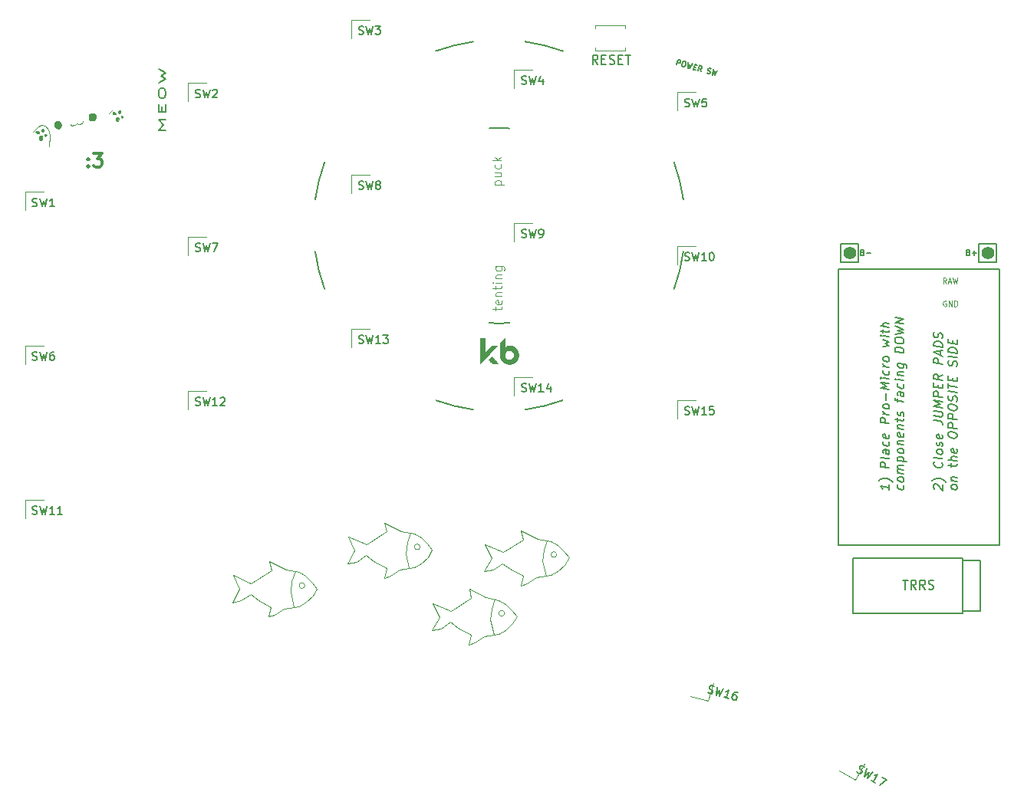
<source format=gbr>
%TF.GenerationSoftware,KiCad,Pcbnew,8.0.8*%
%TF.CreationDate,2025-03-18T19:26:01-05:00*%
%TF.ProjectId,half-swept,68616c66-2d73-4776-9570-742e6b696361,rev?*%
%TF.SameCoordinates,Original*%
%TF.FileFunction,Legend,Top*%
%TF.FilePolarity,Positive*%
%FSLAX46Y46*%
G04 Gerber Fmt 4.6, Leading zero omitted, Abs format (unit mm)*
G04 Created by KiCad (PCBNEW 8.0.8) date 2025-03-18 19:26:01*
%MOMM*%
%LPD*%
G01*
G04 APERTURE LIST*
%ADD10C,0.120000*%
%ADD11C,0.150000*%
%ADD12C,0.300000*%
%ADD13C,0.160000*%
%ADD14C,0.100000*%
%ADD15C,0.200000*%
%ADD16C,0.010000*%
%ADD17C,1.397000*%
G04 APERTURE END LIST*
D10*
X24100000Y-31500000D02*
X24200000Y-31625000D01*
X24275000Y-31825000D01*
X24100000Y-32175000D01*
X23900000Y-32250000D01*
X23700000Y-32225000D01*
X23600000Y-32150000D01*
X23525000Y-32075000D01*
X23475000Y-31950000D01*
X23475000Y-31750000D01*
X23500000Y-31600000D01*
X23650000Y-31450000D01*
X23750000Y-31425000D01*
X23950000Y-31425000D01*
X24100000Y-31500000D01*
G36*
X24100000Y-31500000D02*
G01*
X24200000Y-31625000D01*
X24275000Y-31825000D01*
X24100000Y-32175000D01*
X23900000Y-32250000D01*
X23700000Y-32225000D01*
X23600000Y-32150000D01*
X23525000Y-32075000D01*
X23475000Y-31950000D01*
X23475000Y-31750000D01*
X23500000Y-31600000D01*
X23650000Y-31450000D01*
X23750000Y-31425000D01*
X23950000Y-31425000D01*
X24100000Y-31500000D01*
G37*
X27775000Y-30575000D02*
X27950000Y-30650000D01*
X28075000Y-30825000D01*
X28075000Y-31075000D01*
X27975000Y-31225000D01*
X27850000Y-31325000D01*
X27600000Y-31350000D01*
X27475000Y-31350000D01*
X27325000Y-31250000D01*
X27275000Y-31100000D01*
X27250000Y-30875000D01*
X27325000Y-30700000D01*
X27550000Y-30550000D01*
X27775000Y-30575000D01*
G36*
X27775000Y-30575000D02*
G01*
X27950000Y-30650000D01*
X28075000Y-30825000D01*
X28075000Y-31075000D01*
X27975000Y-31225000D01*
X27850000Y-31325000D01*
X27600000Y-31350000D01*
X27475000Y-31350000D01*
X27325000Y-31250000D01*
X27275000Y-31100000D01*
X27250000Y-30875000D01*
X27325000Y-30700000D01*
X27550000Y-30550000D01*
X27775000Y-30575000D01*
G37*
X30775000Y-30350000D02*
X30775000Y-30500000D01*
X30725000Y-30525000D01*
X30650000Y-30550000D01*
X30525000Y-30525000D01*
X30500000Y-30425000D01*
X30525000Y-30325000D01*
X30625000Y-30275000D01*
X30725000Y-30275000D01*
X30775000Y-30350000D01*
G36*
X30775000Y-30350000D02*
G01*
X30775000Y-30500000D01*
X30725000Y-30525000D01*
X30650000Y-30550000D01*
X30525000Y-30525000D01*
X30500000Y-30425000D01*
X30525000Y-30325000D01*
X30625000Y-30275000D01*
X30725000Y-30275000D01*
X30775000Y-30350000D01*
G37*
X30225000Y-30550000D02*
X30225000Y-30650000D01*
X30075000Y-30700000D01*
X29925000Y-30650000D01*
X29875000Y-30525000D01*
X29925000Y-30450000D01*
X30075000Y-30450000D01*
X30225000Y-30550000D01*
G36*
X30225000Y-30550000D02*
G01*
X30225000Y-30650000D01*
X30075000Y-30700000D01*
X29925000Y-30650000D01*
X29875000Y-30525000D01*
X29925000Y-30450000D01*
X30075000Y-30450000D01*
X30225000Y-30550000D01*
G37*
X31025000Y-30900000D02*
X31050000Y-31000000D01*
X30950000Y-31075000D01*
X30850000Y-31050000D01*
X30825000Y-30950000D01*
X30850000Y-30875000D01*
X30925000Y-30825000D01*
X31025000Y-30900000D01*
G36*
X31025000Y-30900000D02*
G01*
X31050000Y-31000000D01*
X30950000Y-31075000D01*
X30850000Y-31050000D01*
X30825000Y-30950000D01*
X30850000Y-30875000D01*
X30925000Y-30825000D01*
X31025000Y-30900000D01*
G37*
X30550000Y-31050000D02*
X30575000Y-31225000D01*
X30500000Y-31425000D01*
X30325000Y-31425000D01*
X30250000Y-31350000D01*
X30225000Y-31175000D01*
X30300000Y-31025000D01*
X30400000Y-31000000D01*
X30550000Y-31050000D01*
G36*
X30550000Y-31050000D02*
G01*
X30575000Y-31225000D01*
X30500000Y-31425000D01*
X30325000Y-31425000D01*
X30250000Y-31350000D01*
X30225000Y-31175000D01*
X30300000Y-31025000D01*
X30400000Y-31000000D01*
X30550000Y-31050000D01*
G37*
X22600000Y-32950000D02*
X22575000Y-33075000D01*
X22475000Y-33100000D01*
X22400000Y-33075000D01*
X22375000Y-32975000D01*
X22400000Y-32900000D01*
X22500000Y-32850000D01*
X22600000Y-32950000D01*
G36*
X22600000Y-32950000D02*
G01*
X22575000Y-33075000D01*
X22475000Y-33100000D01*
X22400000Y-33075000D01*
X22375000Y-32975000D01*
X22400000Y-32900000D01*
X22500000Y-32850000D01*
X22600000Y-32950000D01*
G37*
X22300000Y-32375000D02*
X22300000Y-32525000D01*
X22225000Y-32600000D01*
X22100000Y-32600000D01*
X22050000Y-32525000D01*
X22025000Y-32425000D01*
X22125000Y-32325000D01*
X22225000Y-32325000D01*
X22300000Y-32375000D01*
G36*
X22300000Y-32375000D02*
G01*
X22300000Y-32525000D01*
X22225000Y-32600000D01*
X22100000Y-32600000D01*
X22050000Y-32525000D01*
X22025000Y-32425000D01*
X22125000Y-32325000D01*
X22225000Y-32325000D01*
X22300000Y-32375000D01*
G37*
X21725000Y-32525000D02*
X21775000Y-32625000D01*
X21750000Y-32750000D01*
X21575000Y-32800000D01*
X21450000Y-32725000D01*
X21400000Y-32625000D01*
X21475000Y-32525000D01*
X21500000Y-32500000D01*
X21725000Y-32525000D01*
G36*
X21725000Y-32525000D02*
G01*
X21775000Y-32625000D01*
X21750000Y-32750000D01*
X21575000Y-32800000D01*
X21450000Y-32725000D01*
X21400000Y-32625000D01*
X21475000Y-32525000D01*
X21500000Y-32500000D01*
X21725000Y-32525000D01*
G37*
X22100000Y-33075000D02*
X22150000Y-33275000D01*
X22100000Y-33450000D01*
X21925000Y-33550000D01*
X21825000Y-33475000D01*
X21750000Y-33325000D01*
X21775000Y-33125000D01*
X21900000Y-33025000D01*
X21925000Y-33025000D01*
X22100000Y-33075000D01*
G36*
X22100000Y-33075000D02*
G01*
X22150000Y-33275000D01*
X22100000Y-33450000D01*
X21925000Y-33550000D01*
X21825000Y-33475000D01*
X21750000Y-33325000D01*
X21775000Y-33125000D01*
X21900000Y-33025000D01*
X21925000Y-33025000D01*
X22100000Y-33075000D01*
G37*
X26600000Y-31525000D02*
X26625000Y-31400000D01*
X26550000Y-31600000D02*
X26600000Y-31525000D01*
X26500000Y-31650000D02*
X26550000Y-31600000D01*
X26400000Y-31725000D02*
X26500000Y-31650000D01*
X26325000Y-31775000D02*
X26400000Y-31725000D01*
X26200000Y-31775000D02*
X26325000Y-31775000D01*
X26100000Y-31775000D02*
X26200000Y-31775000D01*
X26000000Y-31725000D02*
X26100000Y-31775000D01*
X25900000Y-31675000D02*
X26000000Y-31725000D01*
X25825000Y-31800000D02*
X25900000Y-31675000D01*
X25750000Y-31850000D02*
X25825000Y-31800000D01*
X25600000Y-31900000D02*
X25750000Y-31850000D01*
X25450000Y-31925000D02*
X25600000Y-31900000D01*
X25300000Y-31850000D02*
X25450000Y-31925000D01*
X25225000Y-31800000D02*
X25300000Y-31850000D01*
X29950000Y-30150000D02*
X29475000Y-30600000D01*
X22900000Y-33925000D02*
X22875000Y-34250000D01*
X22975000Y-33425000D02*
X22900000Y-33925000D01*
X22975000Y-32925000D02*
X22975000Y-33425000D01*
X22775000Y-32350000D02*
X22975000Y-32925000D01*
X22450000Y-31975000D02*
X22775000Y-32350000D01*
X22075000Y-31875000D02*
X22450000Y-31975000D01*
X21675000Y-32050000D02*
X22075000Y-31875000D01*
X21075000Y-32625000D02*
X21675000Y-32050000D01*
X77325000Y-80000000D02*
X77712500Y-81675000D01*
X79800000Y-80425000D02*
X79050000Y-81125000D01*
X72950000Y-80250000D02*
X71875000Y-80950000D01*
X76825000Y-77550000D02*
X78250000Y-77825000D01*
X72975000Y-79050000D02*
X75225000Y-77625000D01*
X80250000Y-79625000D02*
X79800000Y-80425000D01*
X77175000Y-81750000D02*
X76625000Y-81850000D01*
X71875000Y-80950000D02*
X70925000Y-81150000D01*
X76625000Y-81850000D02*
X75600000Y-82525000D01*
X78918198Y-79300000D02*
G75*
G02*
X78281802Y-79300000I-318198J0D01*
G01*
X78281802Y-79300000D02*
G75*
G02*
X78918198Y-79300000I318198J0D01*
G01*
X71000000Y-78175000D02*
X72975000Y-79050000D01*
X75600000Y-82525000D02*
X74925000Y-82725000D01*
X73775000Y-80900000D02*
X72950000Y-80250000D01*
X75175000Y-81650000D02*
X73775000Y-80900000D01*
X70925000Y-81150000D02*
X71700000Y-79675000D01*
X75225000Y-77625000D02*
X75000000Y-76625000D01*
X79000000Y-78250000D02*
X79725000Y-78975000D01*
X79725000Y-78975000D02*
X80250000Y-79625000D01*
X78250000Y-77825000D02*
X79000000Y-78250000D01*
X79050000Y-81125000D02*
X78250000Y-81600000D01*
X77475000Y-78800000D02*
X77325000Y-80000000D01*
X74925000Y-82725000D02*
X75175000Y-81650000D01*
X75000000Y-76625000D02*
X76825000Y-77550000D01*
X78250000Y-81600000D02*
X77175000Y-81750000D01*
X77825000Y-77725000D02*
X77475000Y-78800000D01*
X71700000Y-79675000D02*
X71000000Y-78175000D01*
X71575000Y-86500000D02*
X71962500Y-88175000D01*
X74050000Y-86925000D02*
X73300000Y-87625000D01*
X67200000Y-86750000D02*
X66125000Y-87450000D01*
X71075000Y-84050000D02*
X72500000Y-84325000D01*
X67225000Y-85550000D02*
X69475000Y-84125000D01*
X74500000Y-86125000D02*
X74050000Y-86925000D01*
X71425000Y-88250000D02*
X70875000Y-88350000D01*
X66125000Y-87450000D02*
X65175000Y-87650000D01*
X70875000Y-88350000D02*
X69850000Y-89025000D01*
X73168198Y-85800000D02*
G75*
G02*
X72531802Y-85800000I-318198J0D01*
G01*
X72531802Y-85800000D02*
G75*
G02*
X73168198Y-85800000I318198J0D01*
G01*
X65250000Y-84675000D02*
X67225000Y-85550000D01*
X69850000Y-89025000D02*
X69175000Y-89225000D01*
X68025000Y-87400000D02*
X67200000Y-86750000D01*
X69425000Y-88150000D02*
X68025000Y-87400000D01*
X65175000Y-87650000D02*
X65950000Y-86175000D01*
X69475000Y-84125000D02*
X69250000Y-83125000D01*
X73250000Y-84750000D02*
X73975000Y-85475000D01*
X73975000Y-85475000D02*
X74500000Y-86125000D01*
X72500000Y-84325000D02*
X73250000Y-84750000D01*
X73300000Y-87625000D02*
X72500000Y-88100000D01*
X71725000Y-85300000D02*
X71575000Y-86500000D01*
X69175000Y-89225000D02*
X69425000Y-88150000D01*
X69250000Y-83125000D02*
X71075000Y-84050000D01*
X72500000Y-88100000D02*
X71425000Y-88250000D01*
X72075000Y-84225000D02*
X71725000Y-85300000D01*
X65950000Y-86175000D02*
X65250000Y-84675000D01*
X62250000Y-79150000D02*
X62637500Y-80825000D01*
X64725000Y-79575000D02*
X63975000Y-80275000D01*
X57875000Y-79400000D02*
X56800000Y-80100000D01*
X61750000Y-76700000D02*
X63175000Y-76975000D01*
X57900000Y-78200000D02*
X60150000Y-76775000D01*
X65175000Y-78775000D02*
X64725000Y-79575000D01*
X62100000Y-80900000D02*
X61550000Y-81000000D01*
X56800000Y-80100000D02*
X55850000Y-80300000D01*
X61550000Y-81000000D02*
X60525000Y-81675000D01*
X63843198Y-78450000D02*
G75*
G02*
X63206802Y-78450000I-318198J0D01*
G01*
X63206802Y-78450000D02*
G75*
G02*
X63843198Y-78450000I318198J0D01*
G01*
X55925000Y-77325000D02*
X57900000Y-78200000D01*
X60525000Y-81675000D02*
X59850000Y-81875000D01*
X58700000Y-80050000D02*
X57875000Y-79400000D01*
X60100000Y-80800000D02*
X58700000Y-80050000D01*
X55850000Y-80300000D02*
X56625000Y-78825000D01*
X60150000Y-76775000D02*
X59925000Y-75775000D01*
X63925000Y-77400000D02*
X64650000Y-78125000D01*
X64650000Y-78125000D02*
X65175000Y-78775000D01*
X63175000Y-76975000D02*
X63925000Y-77400000D01*
X63975000Y-80275000D02*
X63175000Y-80750000D01*
X62400000Y-77950000D02*
X62250000Y-79150000D01*
X59850000Y-81875000D02*
X60100000Y-80800000D01*
X59925000Y-75775000D02*
X61750000Y-76700000D01*
X63175000Y-80750000D02*
X62100000Y-80900000D01*
X62750000Y-76875000D02*
X62400000Y-77950000D01*
X56625000Y-78825000D02*
X55925000Y-77325000D01*
X51118198Y-82725000D02*
G75*
G02*
X50481802Y-82725000I-318198J0D01*
G01*
X50481802Y-82725000D02*
G75*
G02*
X51118198Y-82725000I318198J0D01*
G01*
X49525000Y-83425000D02*
X49912500Y-85100000D01*
X49675000Y-82225000D02*
X49525000Y-83425000D01*
X50025000Y-81150000D02*
X49675000Y-82225000D01*
X44075000Y-84375000D02*
X43125000Y-84575000D01*
X45150000Y-83675000D02*
X44075000Y-84375000D01*
X45975000Y-84325000D02*
X45150000Y-83675000D01*
X47375000Y-85075000D02*
X45975000Y-84325000D01*
X47125000Y-86150000D02*
X47375000Y-85075000D01*
X47800000Y-85950000D02*
X47125000Y-86150000D01*
X48825000Y-85275000D02*
X47800000Y-85950000D01*
X49375000Y-85175000D02*
X48825000Y-85275000D01*
X50450000Y-85025000D02*
X49375000Y-85175000D01*
X51250000Y-84550000D02*
X50450000Y-85025000D01*
X52000000Y-83850000D02*
X51250000Y-84550000D01*
X52450000Y-83050000D02*
X52000000Y-83850000D01*
X51925000Y-82400000D02*
X52450000Y-83050000D01*
X51200000Y-81675000D02*
X51925000Y-82400000D01*
X50450000Y-81250000D02*
X51200000Y-81675000D01*
X49025000Y-80975000D02*
X50450000Y-81250000D01*
X47200000Y-80050000D02*
X49025000Y-80975000D01*
X47425000Y-81050000D02*
X47200000Y-80050000D01*
X45175000Y-82475000D02*
X47425000Y-81050000D01*
X43200000Y-81600000D02*
X45175000Y-82475000D01*
X43900000Y-83100000D02*
X43200000Y-81600000D01*
X43125000Y-84575000D02*
X43900000Y-83100000D01*
D11*
X35750414Y-32434649D02*
X35000414Y-32434649D01*
X35000414Y-32434649D02*
X35536128Y-31851316D01*
X35536128Y-31851316D02*
X35000414Y-31267982D01*
X35000414Y-31267982D02*
X35750414Y-31267982D01*
X35357557Y-30434649D02*
X35357557Y-29851316D01*
X35750414Y-29601316D02*
X35750414Y-30434649D01*
X35750414Y-30434649D02*
X35000414Y-30434649D01*
X35000414Y-30434649D02*
X35000414Y-29601316D01*
X35000414Y-28517983D02*
X35000414Y-28184649D01*
X35000414Y-28184649D02*
X35036128Y-28017983D01*
X35036128Y-28017983D02*
X35107557Y-27851316D01*
X35107557Y-27851316D02*
X35250414Y-27767983D01*
X35250414Y-27767983D02*
X35500414Y-27767983D01*
X35500414Y-27767983D02*
X35643271Y-27851316D01*
X35643271Y-27851316D02*
X35714700Y-28017983D01*
X35714700Y-28017983D02*
X35750414Y-28184649D01*
X35750414Y-28184649D02*
X35750414Y-28517983D01*
X35750414Y-28517983D02*
X35714700Y-28684649D01*
X35714700Y-28684649D02*
X35643271Y-28851316D01*
X35643271Y-28851316D02*
X35500414Y-28934649D01*
X35500414Y-28934649D02*
X35250414Y-28934649D01*
X35250414Y-28934649D02*
X35107557Y-28851316D01*
X35107557Y-28851316D02*
X35036128Y-28684649D01*
X35036128Y-28684649D02*
X35000414Y-28517983D01*
X35000414Y-27184650D02*
X35750414Y-26767983D01*
X35750414Y-26767983D02*
X35214700Y-26434650D01*
X35214700Y-26434650D02*
X35750414Y-26101316D01*
X35750414Y-26101316D02*
X35000414Y-25684650D01*
X115626247Y-71586163D02*
X115626247Y-72157592D01*
X115626247Y-71871877D02*
X114626247Y-71746877D01*
X114626247Y-71746877D02*
X114769104Y-71859973D01*
X114769104Y-71859973D02*
X114864342Y-71967116D01*
X114864342Y-71967116D02*
X114911961Y-72068306D01*
X116007199Y-71300449D02*
X115959580Y-71246877D01*
X115959580Y-71246877D02*
X115816723Y-71133782D01*
X115816723Y-71133782D02*
X115721485Y-71074258D01*
X115721485Y-71074258D02*
X115578628Y-71008782D01*
X115578628Y-71008782D02*
X115340532Y-70931401D01*
X115340532Y-70931401D02*
X115150056Y-70907592D01*
X115150056Y-70907592D02*
X114911961Y-70925449D01*
X114911961Y-70925449D02*
X114769104Y-70955211D01*
X114769104Y-70955211D02*
X114673866Y-70990925D01*
X114673866Y-70990925D02*
X114531008Y-71068306D01*
X114531008Y-71068306D02*
X114483389Y-71109973D01*
X115626247Y-69729020D02*
X114626247Y-69604020D01*
X114626247Y-69604020D02*
X114626247Y-69223067D01*
X114626247Y-69223067D02*
X114673866Y-69133782D01*
X114673866Y-69133782D02*
X114721485Y-69092115D01*
X114721485Y-69092115D02*
X114816723Y-69056401D01*
X114816723Y-69056401D02*
X114959580Y-69074258D01*
X114959580Y-69074258D02*
X115054818Y-69133782D01*
X115054818Y-69133782D02*
X115102437Y-69187353D01*
X115102437Y-69187353D02*
X115150056Y-69288543D01*
X115150056Y-69288543D02*
X115150056Y-69669496D01*
X115626247Y-68586163D02*
X115578628Y-68675448D01*
X115578628Y-68675448D02*
X115483389Y-68711163D01*
X115483389Y-68711163D02*
X114626247Y-68604020D01*
X115626247Y-67776638D02*
X115102437Y-67711162D01*
X115102437Y-67711162D02*
X115007199Y-67746876D01*
X115007199Y-67746876D02*
X114959580Y-67836162D01*
X114959580Y-67836162D02*
X114959580Y-68026638D01*
X114959580Y-68026638D02*
X115007199Y-68127829D01*
X115578628Y-67770686D02*
X115626247Y-67871876D01*
X115626247Y-67871876D02*
X115626247Y-68109972D01*
X115626247Y-68109972D02*
X115578628Y-68199257D01*
X115578628Y-68199257D02*
X115483389Y-68234972D01*
X115483389Y-68234972D02*
X115388151Y-68223067D01*
X115388151Y-68223067D02*
X115292913Y-68163543D01*
X115292913Y-68163543D02*
X115245294Y-68062353D01*
X115245294Y-68062353D02*
X115245294Y-67824257D01*
X115245294Y-67824257D02*
X115197675Y-67723067D01*
X115578628Y-66865924D02*
X115626247Y-66967114D01*
X115626247Y-66967114D02*
X115626247Y-67157591D01*
X115626247Y-67157591D02*
X115578628Y-67246876D01*
X115578628Y-67246876D02*
X115531008Y-67288543D01*
X115531008Y-67288543D02*
X115435770Y-67324257D01*
X115435770Y-67324257D02*
X115150056Y-67288543D01*
X115150056Y-67288543D02*
X115054818Y-67229019D01*
X115054818Y-67229019D02*
X115007199Y-67175448D01*
X115007199Y-67175448D02*
X114959580Y-67074257D01*
X114959580Y-67074257D02*
X114959580Y-66883781D01*
X114959580Y-66883781D02*
X115007199Y-66794495D01*
X115578628Y-66056400D02*
X115626247Y-66157590D01*
X115626247Y-66157590D02*
X115626247Y-66348067D01*
X115626247Y-66348067D02*
X115578628Y-66437352D01*
X115578628Y-66437352D02*
X115483389Y-66473067D01*
X115483389Y-66473067D02*
X115102437Y-66425448D01*
X115102437Y-66425448D02*
X115007199Y-66365924D01*
X115007199Y-66365924D02*
X114959580Y-66264733D01*
X114959580Y-66264733D02*
X114959580Y-66074257D01*
X114959580Y-66074257D02*
X115007199Y-65984971D01*
X115007199Y-65984971D02*
X115102437Y-65949257D01*
X115102437Y-65949257D02*
X115197675Y-65961162D01*
X115197675Y-65961162D02*
X115292913Y-66449257D01*
X115626247Y-64824257D02*
X114626247Y-64699257D01*
X114626247Y-64699257D02*
X114626247Y-64318304D01*
X114626247Y-64318304D02*
X114673866Y-64229019D01*
X114673866Y-64229019D02*
X114721485Y-64187352D01*
X114721485Y-64187352D02*
X114816723Y-64151638D01*
X114816723Y-64151638D02*
X114959580Y-64169495D01*
X114959580Y-64169495D02*
X115054818Y-64229019D01*
X115054818Y-64229019D02*
X115102437Y-64282590D01*
X115102437Y-64282590D02*
X115150056Y-64383780D01*
X115150056Y-64383780D02*
X115150056Y-64764733D01*
X115626247Y-63824257D02*
X114959580Y-63740923D01*
X115150056Y-63764733D02*
X115054818Y-63705209D01*
X115054818Y-63705209D02*
X115007199Y-63651638D01*
X115007199Y-63651638D02*
X114959580Y-63550447D01*
X114959580Y-63550447D02*
X114959580Y-63455209D01*
X115626247Y-63062352D02*
X115578628Y-63151637D01*
X115578628Y-63151637D02*
X115531008Y-63193304D01*
X115531008Y-63193304D02*
X115435770Y-63229018D01*
X115435770Y-63229018D02*
X115150056Y-63193304D01*
X115150056Y-63193304D02*
X115054818Y-63133780D01*
X115054818Y-63133780D02*
X115007199Y-63080209D01*
X115007199Y-63080209D02*
X114959580Y-62979018D01*
X114959580Y-62979018D02*
X114959580Y-62836161D01*
X114959580Y-62836161D02*
X115007199Y-62746875D01*
X115007199Y-62746875D02*
X115054818Y-62705209D01*
X115054818Y-62705209D02*
X115150056Y-62669494D01*
X115150056Y-62669494D02*
X115435770Y-62705209D01*
X115435770Y-62705209D02*
X115531008Y-62764732D01*
X115531008Y-62764732D02*
X115578628Y-62818304D01*
X115578628Y-62818304D02*
X115626247Y-62919494D01*
X115626247Y-62919494D02*
X115626247Y-63062352D01*
X115245294Y-62252828D02*
X115245294Y-61490923D01*
X115626247Y-61062352D02*
X114626247Y-60937352D01*
X114626247Y-60937352D02*
X115340532Y-60693304D01*
X115340532Y-60693304D02*
X114626247Y-60270685D01*
X114626247Y-60270685D02*
X115626247Y-60395685D01*
X115626247Y-59919495D02*
X114959580Y-59836161D01*
X114626247Y-59794495D02*
X114673866Y-59848066D01*
X114673866Y-59848066D02*
X114721485Y-59806399D01*
X114721485Y-59806399D02*
X114673866Y-59752828D01*
X114673866Y-59752828D02*
X114626247Y-59794495D01*
X114626247Y-59794495D02*
X114721485Y-59806399D01*
X115578628Y-59008781D02*
X115626247Y-59109971D01*
X115626247Y-59109971D02*
X115626247Y-59300448D01*
X115626247Y-59300448D02*
X115578628Y-59389733D01*
X115578628Y-59389733D02*
X115531008Y-59431400D01*
X115531008Y-59431400D02*
X115435770Y-59467114D01*
X115435770Y-59467114D02*
X115150056Y-59431400D01*
X115150056Y-59431400D02*
X115054818Y-59371876D01*
X115054818Y-59371876D02*
X115007199Y-59318305D01*
X115007199Y-59318305D02*
X114959580Y-59217114D01*
X114959580Y-59217114D02*
X114959580Y-59026638D01*
X114959580Y-59026638D02*
X115007199Y-58937352D01*
X115626247Y-58586162D02*
X114959580Y-58502828D01*
X115150056Y-58526638D02*
X115054818Y-58467114D01*
X115054818Y-58467114D02*
X115007199Y-58413543D01*
X115007199Y-58413543D02*
X114959580Y-58312352D01*
X114959580Y-58312352D02*
X114959580Y-58217114D01*
X115626247Y-57824257D02*
X115578628Y-57913542D01*
X115578628Y-57913542D02*
X115531008Y-57955209D01*
X115531008Y-57955209D02*
X115435770Y-57990923D01*
X115435770Y-57990923D02*
X115150056Y-57955209D01*
X115150056Y-57955209D02*
X115054818Y-57895685D01*
X115054818Y-57895685D02*
X115007199Y-57842114D01*
X115007199Y-57842114D02*
X114959580Y-57740923D01*
X114959580Y-57740923D02*
X114959580Y-57598066D01*
X114959580Y-57598066D02*
X115007199Y-57508780D01*
X115007199Y-57508780D02*
X115054818Y-57467114D01*
X115054818Y-57467114D02*
X115150056Y-57431399D01*
X115150056Y-57431399D02*
X115435770Y-57467114D01*
X115435770Y-57467114D02*
X115531008Y-57526637D01*
X115531008Y-57526637D02*
X115578628Y-57580209D01*
X115578628Y-57580209D02*
X115626247Y-57681399D01*
X115626247Y-57681399D02*
X115626247Y-57824257D01*
X114959580Y-56312351D02*
X115626247Y-56205209D01*
X115626247Y-56205209D02*
X115150056Y-55955209D01*
X115150056Y-55955209D02*
X115626247Y-55824256D01*
X115626247Y-55824256D02*
X114959580Y-55550447D01*
X115626247Y-55252828D02*
X114959580Y-55169494D01*
X114626247Y-55127828D02*
X114673866Y-55181399D01*
X114673866Y-55181399D02*
X114721485Y-55139732D01*
X114721485Y-55139732D02*
X114673866Y-55086161D01*
X114673866Y-55086161D02*
X114626247Y-55127828D01*
X114626247Y-55127828D02*
X114721485Y-55139732D01*
X114959580Y-54836161D02*
X114959580Y-54455209D01*
X114626247Y-54651638D02*
X115483389Y-54758781D01*
X115483389Y-54758781D02*
X115578628Y-54723066D01*
X115578628Y-54723066D02*
X115626247Y-54633781D01*
X115626247Y-54633781D02*
X115626247Y-54538542D01*
X115626247Y-54205209D02*
X114626247Y-54080209D01*
X115626247Y-53776637D02*
X115102437Y-53711161D01*
X115102437Y-53711161D02*
X115007199Y-53746875D01*
X115007199Y-53746875D02*
X114959580Y-53836161D01*
X114959580Y-53836161D02*
X114959580Y-53979018D01*
X114959580Y-53979018D02*
X115007199Y-54080209D01*
X115007199Y-54080209D02*
X115054818Y-54133780D01*
X117188572Y-71675449D02*
X117236191Y-71776639D01*
X117236191Y-71776639D02*
X117236191Y-71967116D01*
X117236191Y-71967116D02*
X117188572Y-72056401D01*
X117188572Y-72056401D02*
X117140952Y-72098068D01*
X117140952Y-72098068D02*
X117045714Y-72133782D01*
X117045714Y-72133782D02*
X116760000Y-72098068D01*
X116760000Y-72098068D02*
X116664762Y-72038544D01*
X116664762Y-72038544D02*
X116617143Y-71984973D01*
X116617143Y-71984973D02*
X116569524Y-71883782D01*
X116569524Y-71883782D02*
X116569524Y-71693306D01*
X116569524Y-71693306D02*
X116617143Y-71604020D01*
X117236191Y-71109973D02*
X117188572Y-71199258D01*
X117188572Y-71199258D02*
X117140952Y-71240925D01*
X117140952Y-71240925D02*
X117045714Y-71276639D01*
X117045714Y-71276639D02*
X116760000Y-71240925D01*
X116760000Y-71240925D02*
X116664762Y-71181401D01*
X116664762Y-71181401D02*
X116617143Y-71127830D01*
X116617143Y-71127830D02*
X116569524Y-71026639D01*
X116569524Y-71026639D02*
X116569524Y-70883782D01*
X116569524Y-70883782D02*
X116617143Y-70794496D01*
X116617143Y-70794496D02*
X116664762Y-70752830D01*
X116664762Y-70752830D02*
X116760000Y-70717115D01*
X116760000Y-70717115D02*
X117045714Y-70752830D01*
X117045714Y-70752830D02*
X117140952Y-70812353D01*
X117140952Y-70812353D02*
X117188572Y-70865925D01*
X117188572Y-70865925D02*
X117236191Y-70967115D01*
X117236191Y-70967115D02*
X117236191Y-71109973D01*
X117236191Y-70348068D02*
X116569524Y-70264734D01*
X116664762Y-70276639D02*
X116617143Y-70223068D01*
X116617143Y-70223068D02*
X116569524Y-70121877D01*
X116569524Y-70121877D02*
X116569524Y-69979020D01*
X116569524Y-69979020D02*
X116617143Y-69889734D01*
X116617143Y-69889734D02*
X116712381Y-69854020D01*
X116712381Y-69854020D02*
X117236191Y-69919496D01*
X116712381Y-69854020D02*
X116617143Y-69794496D01*
X116617143Y-69794496D02*
X116569524Y-69693306D01*
X116569524Y-69693306D02*
X116569524Y-69550449D01*
X116569524Y-69550449D02*
X116617143Y-69461163D01*
X116617143Y-69461163D02*
X116712381Y-69425449D01*
X116712381Y-69425449D02*
X117236191Y-69490925D01*
X116569524Y-68931401D02*
X117569524Y-69056401D01*
X116617143Y-68937354D02*
X116569524Y-68836163D01*
X116569524Y-68836163D02*
X116569524Y-68645687D01*
X116569524Y-68645687D02*
X116617143Y-68556401D01*
X116617143Y-68556401D02*
X116664762Y-68514735D01*
X116664762Y-68514735D02*
X116760000Y-68479020D01*
X116760000Y-68479020D02*
X117045714Y-68514735D01*
X117045714Y-68514735D02*
X117140952Y-68574258D01*
X117140952Y-68574258D02*
X117188572Y-68627830D01*
X117188572Y-68627830D02*
X117236191Y-68729020D01*
X117236191Y-68729020D02*
X117236191Y-68919497D01*
X117236191Y-68919497D02*
X117188572Y-69008782D01*
X117236191Y-67967116D02*
X117188572Y-68056401D01*
X117188572Y-68056401D02*
X117140952Y-68098068D01*
X117140952Y-68098068D02*
X117045714Y-68133782D01*
X117045714Y-68133782D02*
X116760000Y-68098068D01*
X116760000Y-68098068D02*
X116664762Y-68038544D01*
X116664762Y-68038544D02*
X116617143Y-67984973D01*
X116617143Y-67984973D02*
X116569524Y-67883782D01*
X116569524Y-67883782D02*
X116569524Y-67740925D01*
X116569524Y-67740925D02*
X116617143Y-67651639D01*
X116617143Y-67651639D02*
X116664762Y-67609973D01*
X116664762Y-67609973D02*
X116760000Y-67574258D01*
X116760000Y-67574258D02*
X117045714Y-67609973D01*
X117045714Y-67609973D02*
X117140952Y-67669496D01*
X117140952Y-67669496D02*
X117188572Y-67723068D01*
X117188572Y-67723068D02*
X117236191Y-67824258D01*
X117236191Y-67824258D02*
X117236191Y-67967116D01*
X116569524Y-67121877D02*
X117236191Y-67205211D01*
X116664762Y-67133782D02*
X116617143Y-67080211D01*
X116617143Y-67080211D02*
X116569524Y-66979020D01*
X116569524Y-66979020D02*
X116569524Y-66836163D01*
X116569524Y-66836163D02*
X116617143Y-66746877D01*
X116617143Y-66746877D02*
X116712381Y-66711163D01*
X116712381Y-66711163D02*
X117236191Y-66776639D01*
X117188572Y-65913544D02*
X117236191Y-66014734D01*
X117236191Y-66014734D02*
X117236191Y-66205211D01*
X117236191Y-66205211D02*
X117188572Y-66294496D01*
X117188572Y-66294496D02*
X117093333Y-66330211D01*
X117093333Y-66330211D02*
X116712381Y-66282592D01*
X116712381Y-66282592D02*
X116617143Y-66223068D01*
X116617143Y-66223068D02*
X116569524Y-66121877D01*
X116569524Y-66121877D02*
X116569524Y-65931401D01*
X116569524Y-65931401D02*
X116617143Y-65842115D01*
X116617143Y-65842115D02*
X116712381Y-65806401D01*
X116712381Y-65806401D02*
X116807619Y-65818306D01*
X116807619Y-65818306D02*
X116902857Y-66306401D01*
X116569524Y-65359972D02*
X117236191Y-65443306D01*
X116664762Y-65371877D02*
X116617143Y-65318306D01*
X116617143Y-65318306D02*
X116569524Y-65217115D01*
X116569524Y-65217115D02*
X116569524Y-65074258D01*
X116569524Y-65074258D02*
X116617143Y-64984972D01*
X116617143Y-64984972D02*
X116712381Y-64949258D01*
X116712381Y-64949258D02*
X117236191Y-65014734D01*
X116569524Y-64598067D02*
X116569524Y-64217115D01*
X116236191Y-64413544D02*
X117093333Y-64520687D01*
X117093333Y-64520687D02*
X117188572Y-64484972D01*
X117188572Y-64484972D02*
X117236191Y-64395687D01*
X117236191Y-64395687D02*
X117236191Y-64300448D01*
X117188572Y-64008781D02*
X117236191Y-63919496D01*
X117236191Y-63919496D02*
X117236191Y-63729019D01*
X117236191Y-63729019D02*
X117188572Y-63627829D01*
X117188572Y-63627829D02*
X117093333Y-63568305D01*
X117093333Y-63568305D02*
X117045714Y-63562353D01*
X117045714Y-63562353D02*
X116950476Y-63598067D01*
X116950476Y-63598067D02*
X116902857Y-63687353D01*
X116902857Y-63687353D02*
X116902857Y-63830210D01*
X116902857Y-63830210D02*
X116855238Y-63919496D01*
X116855238Y-63919496D02*
X116760000Y-63955210D01*
X116760000Y-63955210D02*
X116712381Y-63949258D01*
X116712381Y-63949258D02*
X116617143Y-63889734D01*
X116617143Y-63889734D02*
X116569524Y-63788543D01*
X116569524Y-63788543D02*
X116569524Y-63645686D01*
X116569524Y-63645686D02*
X116617143Y-63556400D01*
X116569524Y-62455209D02*
X116569524Y-62074257D01*
X117236191Y-62395686D02*
X116379048Y-62288543D01*
X116379048Y-62288543D02*
X116283810Y-62229019D01*
X116283810Y-62229019D02*
X116236191Y-62127829D01*
X116236191Y-62127829D02*
X116236191Y-62032590D01*
X117236191Y-61395685D02*
X116712381Y-61330209D01*
X116712381Y-61330209D02*
X116617143Y-61365923D01*
X116617143Y-61365923D02*
X116569524Y-61455209D01*
X116569524Y-61455209D02*
X116569524Y-61645685D01*
X116569524Y-61645685D02*
X116617143Y-61746876D01*
X117188572Y-61389733D02*
X117236191Y-61490923D01*
X117236191Y-61490923D02*
X117236191Y-61729019D01*
X117236191Y-61729019D02*
X117188572Y-61818304D01*
X117188572Y-61818304D02*
X117093333Y-61854019D01*
X117093333Y-61854019D02*
X116998095Y-61842114D01*
X116998095Y-61842114D02*
X116902857Y-61782590D01*
X116902857Y-61782590D02*
X116855238Y-61681400D01*
X116855238Y-61681400D02*
X116855238Y-61443304D01*
X116855238Y-61443304D02*
X116807619Y-61342114D01*
X117188572Y-60484971D02*
X117236191Y-60586161D01*
X117236191Y-60586161D02*
X117236191Y-60776638D01*
X117236191Y-60776638D02*
X117188572Y-60865923D01*
X117188572Y-60865923D02*
X117140952Y-60907590D01*
X117140952Y-60907590D02*
X117045714Y-60943304D01*
X117045714Y-60943304D02*
X116760000Y-60907590D01*
X116760000Y-60907590D02*
X116664762Y-60848066D01*
X116664762Y-60848066D02*
X116617143Y-60794495D01*
X116617143Y-60794495D02*
X116569524Y-60693304D01*
X116569524Y-60693304D02*
X116569524Y-60502828D01*
X116569524Y-60502828D02*
X116617143Y-60413542D01*
X117236191Y-60062352D02*
X116569524Y-59979018D01*
X116236191Y-59937352D02*
X116283810Y-59990923D01*
X116283810Y-59990923D02*
X116331429Y-59949256D01*
X116331429Y-59949256D02*
X116283810Y-59895685D01*
X116283810Y-59895685D02*
X116236191Y-59937352D01*
X116236191Y-59937352D02*
X116331429Y-59949256D01*
X116569524Y-59502828D02*
X117236191Y-59586162D01*
X116664762Y-59514733D02*
X116617143Y-59461162D01*
X116617143Y-59461162D02*
X116569524Y-59359971D01*
X116569524Y-59359971D02*
X116569524Y-59217114D01*
X116569524Y-59217114D02*
X116617143Y-59127828D01*
X116617143Y-59127828D02*
X116712381Y-59092114D01*
X116712381Y-59092114D02*
X117236191Y-59157590D01*
X116569524Y-58169495D02*
X117379048Y-58270685D01*
X117379048Y-58270685D02*
X117474286Y-58330209D01*
X117474286Y-58330209D02*
X117521905Y-58383781D01*
X117521905Y-58383781D02*
X117569524Y-58484971D01*
X117569524Y-58484971D02*
X117569524Y-58627828D01*
X117569524Y-58627828D02*
X117521905Y-58717114D01*
X117188572Y-58246876D02*
X117236191Y-58348066D01*
X117236191Y-58348066D02*
X117236191Y-58538543D01*
X117236191Y-58538543D02*
X117188572Y-58627828D01*
X117188572Y-58627828D02*
X117140952Y-58669495D01*
X117140952Y-58669495D02*
X117045714Y-58705209D01*
X117045714Y-58705209D02*
X116760000Y-58669495D01*
X116760000Y-58669495D02*
X116664762Y-58609971D01*
X116664762Y-58609971D02*
X116617143Y-58556400D01*
X116617143Y-58556400D02*
X116569524Y-58455209D01*
X116569524Y-58455209D02*
X116569524Y-58264733D01*
X116569524Y-58264733D02*
X116617143Y-58175447D01*
X117236191Y-57014733D02*
X116236191Y-56889733D01*
X116236191Y-56889733D02*
X116236191Y-56651637D01*
X116236191Y-56651637D02*
X116283810Y-56514733D01*
X116283810Y-56514733D02*
X116379048Y-56431399D01*
X116379048Y-56431399D02*
X116474286Y-56395685D01*
X116474286Y-56395685D02*
X116664762Y-56371876D01*
X116664762Y-56371876D02*
X116807619Y-56389733D01*
X116807619Y-56389733D02*
X116998095Y-56461161D01*
X116998095Y-56461161D02*
X117093333Y-56520685D01*
X117093333Y-56520685D02*
X117188572Y-56627828D01*
X117188572Y-56627828D02*
X117236191Y-56776637D01*
X117236191Y-56776637D02*
X117236191Y-57014733D01*
X116236191Y-55699256D02*
X116236191Y-55508780D01*
X116236191Y-55508780D02*
X116283810Y-55419495D01*
X116283810Y-55419495D02*
X116379048Y-55336161D01*
X116379048Y-55336161D02*
X116569524Y-55312352D01*
X116569524Y-55312352D02*
X116902857Y-55354018D01*
X116902857Y-55354018D02*
X117093333Y-55425447D01*
X117093333Y-55425447D02*
X117188572Y-55532590D01*
X117188572Y-55532590D02*
X117236191Y-55633780D01*
X117236191Y-55633780D02*
X117236191Y-55824256D01*
X117236191Y-55824256D02*
X117188572Y-55913542D01*
X117188572Y-55913542D02*
X117093333Y-55996876D01*
X117093333Y-55996876D02*
X116902857Y-56020685D01*
X116902857Y-56020685D02*
X116569524Y-55979018D01*
X116569524Y-55979018D02*
X116379048Y-55907590D01*
X116379048Y-55907590D02*
X116283810Y-55800447D01*
X116283810Y-55800447D02*
X116236191Y-55699256D01*
X116236191Y-54937352D02*
X117236191Y-54824257D01*
X117236191Y-54824257D02*
X116521905Y-54544495D01*
X116521905Y-54544495D02*
X117236191Y-54443304D01*
X117236191Y-54443304D02*
X116236191Y-54080209D01*
X117236191Y-53824257D02*
X116236191Y-53699257D01*
X116236191Y-53699257D02*
X117236191Y-53252828D01*
X117236191Y-53252828D02*
X116236191Y-53127828D01*
D12*
X27225714Y-36349471D02*
X27297143Y-36420900D01*
X27297143Y-36420900D02*
X27225714Y-36492328D01*
X27225714Y-36492328D02*
X27154286Y-36420900D01*
X27154286Y-36420900D02*
X27225714Y-36349471D01*
X27225714Y-36349471D02*
X27225714Y-36492328D01*
X27225714Y-35563757D02*
X27297143Y-35635185D01*
X27297143Y-35635185D02*
X27225714Y-35706614D01*
X27225714Y-35706614D02*
X27154286Y-35635185D01*
X27154286Y-35635185D02*
X27225714Y-35563757D01*
X27225714Y-35563757D02*
X27225714Y-35706614D01*
X27797143Y-34992328D02*
X28725715Y-34992328D01*
X28725715Y-34992328D02*
X28225715Y-35563757D01*
X28225715Y-35563757D02*
X28440000Y-35563757D01*
X28440000Y-35563757D02*
X28582858Y-35635185D01*
X28582858Y-35635185D02*
X28654286Y-35706614D01*
X28654286Y-35706614D02*
X28725715Y-35849471D01*
X28725715Y-35849471D02*
X28725715Y-36206614D01*
X28725715Y-36206614D02*
X28654286Y-36349471D01*
X28654286Y-36349471D02*
X28582858Y-36420900D01*
X28582858Y-36420900D02*
X28440000Y-36492328D01*
X28440000Y-36492328D02*
X28011429Y-36492328D01*
X28011429Y-36492328D02*
X27868572Y-36420900D01*
X27868572Y-36420900D02*
X27797143Y-36349471D01*
D10*
X121897289Y-51312702D02*
X121840147Y-51284131D01*
X121840147Y-51284131D02*
X121754432Y-51284131D01*
X121754432Y-51284131D02*
X121668718Y-51312702D01*
X121668718Y-51312702D02*
X121611575Y-51369845D01*
X121611575Y-51369845D02*
X121583004Y-51426988D01*
X121583004Y-51426988D02*
X121554432Y-51541274D01*
X121554432Y-51541274D02*
X121554432Y-51626988D01*
X121554432Y-51626988D02*
X121583004Y-51741274D01*
X121583004Y-51741274D02*
X121611575Y-51798417D01*
X121611575Y-51798417D02*
X121668718Y-51855560D01*
X121668718Y-51855560D02*
X121754432Y-51884131D01*
X121754432Y-51884131D02*
X121811575Y-51884131D01*
X121811575Y-51884131D02*
X121897289Y-51855560D01*
X121897289Y-51855560D02*
X121925861Y-51826988D01*
X121925861Y-51826988D02*
X121925861Y-51626988D01*
X121925861Y-51626988D02*
X121811575Y-51626988D01*
X122183004Y-51884131D02*
X122183004Y-51284131D01*
X122183004Y-51284131D02*
X122525861Y-51884131D01*
X122525861Y-51884131D02*
X122525861Y-51284131D01*
X122811575Y-51884131D02*
X122811575Y-51284131D01*
X122811575Y-51284131D02*
X122954432Y-51284131D01*
X122954432Y-51284131D02*
X123040146Y-51312702D01*
X123040146Y-51312702D02*
X123097289Y-51369845D01*
X123097289Y-51369845D02*
X123125860Y-51426988D01*
X123125860Y-51426988D02*
X123154432Y-51541274D01*
X123154432Y-51541274D02*
X123154432Y-51626988D01*
X123154432Y-51626988D02*
X123125860Y-51741274D01*
X123125860Y-51741274D02*
X123097289Y-51798417D01*
X123097289Y-51798417D02*
X123040146Y-51855560D01*
X123040146Y-51855560D02*
X122954432Y-51884131D01*
X122954432Y-51884131D02*
X122811575Y-51884131D01*
D11*
X120614285Y-72044496D02*
X120566666Y-71990925D01*
X120566666Y-71990925D02*
X120519047Y-71889735D01*
X120519047Y-71889735D02*
X120519047Y-71651639D01*
X120519047Y-71651639D02*
X120566666Y-71562354D01*
X120566666Y-71562354D02*
X120614285Y-71520687D01*
X120614285Y-71520687D02*
X120709523Y-71484973D01*
X120709523Y-71484973D02*
X120804761Y-71496877D01*
X120804761Y-71496877D02*
X120947618Y-71562354D01*
X120947618Y-71562354D02*
X121519047Y-72205211D01*
X121519047Y-72205211D02*
X121519047Y-71586163D01*
X121899999Y-71300449D02*
X121852380Y-71246877D01*
X121852380Y-71246877D02*
X121709523Y-71133782D01*
X121709523Y-71133782D02*
X121614285Y-71074258D01*
X121614285Y-71074258D02*
X121471428Y-71008782D01*
X121471428Y-71008782D02*
X121233332Y-70931401D01*
X121233332Y-70931401D02*
X121042856Y-70907592D01*
X121042856Y-70907592D02*
X120804761Y-70925449D01*
X120804761Y-70925449D02*
X120661904Y-70955211D01*
X120661904Y-70955211D02*
X120566666Y-70990925D01*
X120566666Y-70990925D02*
X120423808Y-71068306D01*
X120423808Y-71068306D02*
X120376189Y-71109973D01*
X121423808Y-69145686D02*
X121471428Y-69199258D01*
X121471428Y-69199258D02*
X121519047Y-69348067D01*
X121519047Y-69348067D02*
X121519047Y-69443305D01*
X121519047Y-69443305D02*
X121471428Y-69580210D01*
X121471428Y-69580210D02*
X121376189Y-69663543D01*
X121376189Y-69663543D02*
X121280951Y-69699258D01*
X121280951Y-69699258D02*
X121090475Y-69723067D01*
X121090475Y-69723067D02*
X120947618Y-69705210D01*
X120947618Y-69705210D02*
X120757142Y-69633782D01*
X120757142Y-69633782D02*
X120661904Y-69574258D01*
X120661904Y-69574258D02*
X120566666Y-69467115D01*
X120566666Y-69467115D02*
X120519047Y-69318305D01*
X120519047Y-69318305D02*
X120519047Y-69223067D01*
X120519047Y-69223067D02*
X120566666Y-69086163D01*
X120566666Y-69086163D02*
X120614285Y-69044496D01*
X121519047Y-68586163D02*
X121471428Y-68675448D01*
X121471428Y-68675448D02*
X121376189Y-68711163D01*
X121376189Y-68711163D02*
X120519047Y-68604020D01*
X121519047Y-68062353D02*
X121471428Y-68151638D01*
X121471428Y-68151638D02*
X121423808Y-68193305D01*
X121423808Y-68193305D02*
X121328570Y-68229019D01*
X121328570Y-68229019D02*
X121042856Y-68193305D01*
X121042856Y-68193305D02*
X120947618Y-68133781D01*
X120947618Y-68133781D02*
X120899999Y-68080210D01*
X120899999Y-68080210D02*
X120852380Y-67979019D01*
X120852380Y-67979019D02*
X120852380Y-67836162D01*
X120852380Y-67836162D02*
X120899999Y-67746876D01*
X120899999Y-67746876D02*
X120947618Y-67705210D01*
X120947618Y-67705210D02*
X121042856Y-67669495D01*
X121042856Y-67669495D02*
X121328570Y-67705210D01*
X121328570Y-67705210D02*
X121423808Y-67764733D01*
X121423808Y-67764733D02*
X121471428Y-67818305D01*
X121471428Y-67818305D02*
X121519047Y-67919495D01*
X121519047Y-67919495D02*
X121519047Y-68062353D01*
X121471428Y-67342114D02*
X121519047Y-67252829D01*
X121519047Y-67252829D02*
X121519047Y-67062352D01*
X121519047Y-67062352D02*
X121471428Y-66961162D01*
X121471428Y-66961162D02*
X121376189Y-66901638D01*
X121376189Y-66901638D02*
X121328570Y-66895686D01*
X121328570Y-66895686D02*
X121233332Y-66931400D01*
X121233332Y-66931400D02*
X121185713Y-67020686D01*
X121185713Y-67020686D02*
X121185713Y-67163543D01*
X121185713Y-67163543D02*
X121138094Y-67252829D01*
X121138094Y-67252829D02*
X121042856Y-67288543D01*
X121042856Y-67288543D02*
X120995237Y-67282591D01*
X120995237Y-67282591D02*
X120899999Y-67223067D01*
X120899999Y-67223067D02*
X120852380Y-67121876D01*
X120852380Y-67121876D02*
X120852380Y-66979019D01*
X120852380Y-66979019D02*
X120899999Y-66889733D01*
X121471428Y-66104019D02*
X121519047Y-66205209D01*
X121519047Y-66205209D02*
X121519047Y-66395686D01*
X121519047Y-66395686D02*
X121471428Y-66484971D01*
X121471428Y-66484971D02*
X121376189Y-66520686D01*
X121376189Y-66520686D02*
X120995237Y-66473067D01*
X120995237Y-66473067D02*
X120899999Y-66413543D01*
X120899999Y-66413543D02*
X120852380Y-66312352D01*
X120852380Y-66312352D02*
X120852380Y-66121876D01*
X120852380Y-66121876D02*
X120899999Y-66032590D01*
X120899999Y-66032590D02*
X120995237Y-65996876D01*
X120995237Y-65996876D02*
X121090475Y-66008781D01*
X121090475Y-66008781D02*
X121185713Y-66496876D01*
X120519047Y-64461161D02*
X121233332Y-64550447D01*
X121233332Y-64550447D02*
X121376189Y-64615923D01*
X121376189Y-64615923D02*
X121471428Y-64723066D01*
X121471428Y-64723066D02*
X121519047Y-64871876D01*
X121519047Y-64871876D02*
X121519047Y-64967114D01*
X120519047Y-63984971D02*
X121328570Y-64086161D01*
X121328570Y-64086161D02*
X121423808Y-64050447D01*
X121423808Y-64050447D02*
X121471428Y-64008780D01*
X121471428Y-64008780D02*
X121519047Y-63919494D01*
X121519047Y-63919494D02*
X121519047Y-63729018D01*
X121519047Y-63729018D02*
X121471428Y-63627828D01*
X121471428Y-63627828D02*
X121423808Y-63574256D01*
X121423808Y-63574256D02*
X121328570Y-63514733D01*
X121328570Y-63514733D02*
X120519047Y-63413542D01*
X121519047Y-63062352D02*
X120519047Y-62937352D01*
X120519047Y-62937352D02*
X121233332Y-62693304D01*
X121233332Y-62693304D02*
X120519047Y-62270685D01*
X120519047Y-62270685D02*
X121519047Y-62395685D01*
X121519047Y-61919495D02*
X120519047Y-61794495D01*
X120519047Y-61794495D02*
X120519047Y-61413542D01*
X120519047Y-61413542D02*
X120566666Y-61324257D01*
X120566666Y-61324257D02*
X120614285Y-61282590D01*
X120614285Y-61282590D02*
X120709523Y-61246876D01*
X120709523Y-61246876D02*
X120852380Y-61264733D01*
X120852380Y-61264733D02*
X120947618Y-61324257D01*
X120947618Y-61324257D02*
X120995237Y-61377828D01*
X120995237Y-61377828D02*
X121042856Y-61479018D01*
X121042856Y-61479018D02*
X121042856Y-61859971D01*
X120995237Y-60854018D02*
X120995237Y-60520685D01*
X121519047Y-60443304D02*
X121519047Y-60919495D01*
X121519047Y-60919495D02*
X120519047Y-60794495D01*
X120519047Y-60794495D02*
X120519047Y-60318304D01*
X121519047Y-59443304D02*
X121042856Y-59717114D01*
X121519047Y-60014733D02*
X120519047Y-59889733D01*
X120519047Y-59889733D02*
X120519047Y-59508780D01*
X120519047Y-59508780D02*
X120566666Y-59419495D01*
X120566666Y-59419495D02*
X120614285Y-59377828D01*
X120614285Y-59377828D02*
X120709523Y-59342114D01*
X120709523Y-59342114D02*
X120852380Y-59359971D01*
X120852380Y-59359971D02*
X120947618Y-59419495D01*
X120947618Y-59419495D02*
X120995237Y-59473066D01*
X120995237Y-59473066D02*
X121042856Y-59574256D01*
X121042856Y-59574256D02*
X121042856Y-59955209D01*
X121519047Y-58252828D02*
X120519047Y-58127828D01*
X120519047Y-58127828D02*
X120519047Y-57746875D01*
X120519047Y-57746875D02*
X120566666Y-57657590D01*
X120566666Y-57657590D02*
X120614285Y-57615923D01*
X120614285Y-57615923D02*
X120709523Y-57580209D01*
X120709523Y-57580209D02*
X120852380Y-57598066D01*
X120852380Y-57598066D02*
X120947618Y-57657590D01*
X120947618Y-57657590D02*
X120995237Y-57711161D01*
X120995237Y-57711161D02*
X121042856Y-57812351D01*
X121042856Y-57812351D02*
X121042856Y-58193304D01*
X121233332Y-57264732D02*
X121233332Y-56788542D01*
X121519047Y-57395685D02*
X120519047Y-56937351D01*
X120519047Y-56937351D02*
X121519047Y-56729018D01*
X121519047Y-56395685D02*
X120519047Y-56270685D01*
X120519047Y-56270685D02*
X120519047Y-56032589D01*
X120519047Y-56032589D02*
X120566666Y-55895685D01*
X120566666Y-55895685D02*
X120661904Y-55812351D01*
X120661904Y-55812351D02*
X120757142Y-55776637D01*
X120757142Y-55776637D02*
X120947618Y-55752828D01*
X120947618Y-55752828D02*
X121090475Y-55770685D01*
X121090475Y-55770685D02*
X121280951Y-55842113D01*
X121280951Y-55842113D02*
X121376189Y-55901637D01*
X121376189Y-55901637D02*
X121471428Y-56008780D01*
X121471428Y-56008780D02*
X121519047Y-56157589D01*
X121519047Y-56157589D02*
X121519047Y-56395685D01*
X121471428Y-55437351D02*
X121519047Y-55300447D01*
X121519047Y-55300447D02*
X121519047Y-55062351D01*
X121519047Y-55062351D02*
X121471428Y-54961161D01*
X121471428Y-54961161D02*
X121423808Y-54907589D01*
X121423808Y-54907589D02*
X121328570Y-54848066D01*
X121328570Y-54848066D02*
X121233332Y-54836161D01*
X121233332Y-54836161D02*
X121138094Y-54871875D01*
X121138094Y-54871875D02*
X121090475Y-54913542D01*
X121090475Y-54913542D02*
X121042856Y-55002828D01*
X121042856Y-55002828D02*
X120995237Y-55187351D01*
X120995237Y-55187351D02*
X120947618Y-55276637D01*
X120947618Y-55276637D02*
X120899999Y-55318304D01*
X120899999Y-55318304D02*
X120804761Y-55354018D01*
X120804761Y-55354018D02*
X120709523Y-55342113D01*
X120709523Y-55342113D02*
X120614285Y-55282589D01*
X120614285Y-55282589D02*
X120566666Y-55229018D01*
X120566666Y-55229018D02*
X120519047Y-55127828D01*
X120519047Y-55127828D02*
X120519047Y-54889732D01*
X120519047Y-54889732D02*
X120566666Y-54752828D01*
X123128991Y-71967116D02*
X123081372Y-72056401D01*
X123081372Y-72056401D02*
X123033752Y-72098068D01*
X123033752Y-72098068D02*
X122938514Y-72133782D01*
X122938514Y-72133782D02*
X122652800Y-72098068D01*
X122652800Y-72098068D02*
X122557562Y-72038544D01*
X122557562Y-72038544D02*
X122509943Y-71984973D01*
X122509943Y-71984973D02*
X122462324Y-71883782D01*
X122462324Y-71883782D02*
X122462324Y-71740925D01*
X122462324Y-71740925D02*
X122509943Y-71651639D01*
X122509943Y-71651639D02*
X122557562Y-71609973D01*
X122557562Y-71609973D02*
X122652800Y-71574258D01*
X122652800Y-71574258D02*
X122938514Y-71609973D01*
X122938514Y-71609973D02*
X123033752Y-71669496D01*
X123033752Y-71669496D02*
X123081372Y-71723068D01*
X123081372Y-71723068D02*
X123128991Y-71824258D01*
X123128991Y-71824258D02*
X123128991Y-71967116D01*
X122462324Y-71121877D02*
X123128991Y-71205211D01*
X122557562Y-71133782D02*
X122509943Y-71080211D01*
X122509943Y-71080211D02*
X122462324Y-70979020D01*
X122462324Y-70979020D02*
X122462324Y-70836163D01*
X122462324Y-70836163D02*
X122509943Y-70746877D01*
X122509943Y-70746877D02*
X122605181Y-70711163D01*
X122605181Y-70711163D02*
X123128991Y-70776639D01*
X122462324Y-69598067D02*
X122462324Y-69217115D01*
X122128991Y-69413544D02*
X122986133Y-69520687D01*
X122986133Y-69520687D02*
X123081372Y-69484972D01*
X123081372Y-69484972D02*
X123128991Y-69395687D01*
X123128991Y-69395687D02*
X123128991Y-69300448D01*
X123128991Y-68967115D02*
X122128991Y-68842115D01*
X123128991Y-68538543D02*
X122605181Y-68473067D01*
X122605181Y-68473067D02*
X122509943Y-68508781D01*
X122509943Y-68508781D02*
X122462324Y-68598067D01*
X122462324Y-68598067D02*
X122462324Y-68740924D01*
X122462324Y-68740924D02*
X122509943Y-68842115D01*
X122509943Y-68842115D02*
X122557562Y-68895686D01*
X123081372Y-67675448D02*
X123128991Y-67776638D01*
X123128991Y-67776638D02*
X123128991Y-67967115D01*
X123128991Y-67967115D02*
X123081372Y-68056400D01*
X123081372Y-68056400D02*
X122986133Y-68092115D01*
X122986133Y-68092115D02*
X122605181Y-68044496D01*
X122605181Y-68044496D02*
X122509943Y-67984972D01*
X122509943Y-67984972D02*
X122462324Y-67883781D01*
X122462324Y-67883781D02*
X122462324Y-67693305D01*
X122462324Y-67693305D02*
X122509943Y-67604019D01*
X122509943Y-67604019D02*
X122605181Y-67568305D01*
X122605181Y-67568305D02*
X122700419Y-67580210D01*
X122700419Y-67580210D02*
X122795657Y-68068305D01*
X122128991Y-66127828D02*
X122128991Y-65937352D01*
X122128991Y-65937352D02*
X122176610Y-65848067D01*
X122176610Y-65848067D02*
X122271848Y-65764733D01*
X122271848Y-65764733D02*
X122462324Y-65740924D01*
X122462324Y-65740924D02*
X122795657Y-65782590D01*
X122795657Y-65782590D02*
X122986133Y-65854019D01*
X122986133Y-65854019D02*
X123081372Y-65961162D01*
X123081372Y-65961162D02*
X123128991Y-66062352D01*
X123128991Y-66062352D02*
X123128991Y-66252828D01*
X123128991Y-66252828D02*
X123081372Y-66342114D01*
X123081372Y-66342114D02*
X122986133Y-66425448D01*
X122986133Y-66425448D02*
X122795657Y-66449257D01*
X122795657Y-66449257D02*
X122462324Y-66407590D01*
X122462324Y-66407590D02*
X122271848Y-66336162D01*
X122271848Y-66336162D02*
X122176610Y-66229019D01*
X122176610Y-66229019D02*
X122128991Y-66127828D01*
X123128991Y-65395686D02*
X122128991Y-65270686D01*
X122128991Y-65270686D02*
X122128991Y-64889733D01*
X122128991Y-64889733D02*
X122176610Y-64800448D01*
X122176610Y-64800448D02*
X122224229Y-64758781D01*
X122224229Y-64758781D02*
X122319467Y-64723067D01*
X122319467Y-64723067D02*
X122462324Y-64740924D01*
X122462324Y-64740924D02*
X122557562Y-64800448D01*
X122557562Y-64800448D02*
X122605181Y-64854019D01*
X122605181Y-64854019D02*
X122652800Y-64955209D01*
X122652800Y-64955209D02*
X122652800Y-65336162D01*
X123128991Y-64395686D02*
X122128991Y-64270686D01*
X122128991Y-64270686D02*
X122128991Y-63889733D01*
X122128991Y-63889733D02*
X122176610Y-63800448D01*
X122176610Y-63800448D02*
X122224229Y-63758781D01*
X122224229Y-63758781D02*
X122319467Y-63723067D01*
X122319467Y-63723067D02*
X122462324Y-63740924D01*
X122462324Y-63740924D02*
X122557562Y-63800448D01*
X122557562Y-63800448D02*
X122605181Y-63854019D01*
X122605181Y-63854019D02*
X122652800Y-63955209D01*
X122652800Y-63955209D02*
X122652800Y-64336162D01*
X122128991Y-63080209D02*
X122128991Y-62889733D01*
X122128991Y-62889733D02*
X122176610Y-62800448D01*
X122176610Y-62800448D02*
X122271848Y-62717114D01*
X122271848Y-62717114D02*
X122462324Y-62693305D01*
X122462324Y-62693305D02*
X122795657Y-62734971D01*
X122795657Y-62734971D02*
X122986133Y-62806400D01*
X122986133Y-62806400D02*
X123081372Y-62913543D01*
X123081372Y-62913543D02*
X123128991Y-63014733D01*
X123128991Y-63014733D02*
X123128991Y-63205209D01*
X123128991Y-63205209D02*
X123081372Y-63294495D01*
X123081372Y-63294495D02*
X122986133Y-63377829D01*
X122986133Y-63377829D02*
X122795657Y-63401638D01*
X122795657Y-63401638D02*
X122462324Y-63359971D01*
X122462324Y-63359971D02*
X122271848Y-63288543D01*
X122271848Y-63288543D02*
X122176610Y-63181400D01*
X122176610Y-63181400D02*
X122128991Y-63080209D01*
X123081372Y-62389733D02*
X123128991Y-62252829D01*
X123128991Y-62252829D02*
X123128991Y-62014733D01*
X123128991Y-62014733D02*
X123081372Y-61913543D01*
X123081372Y-61913543D02*
X123033752Y-61859971D01*
X123033752Y-61859971D02*
X122938514Y-61800448D01*
X122938514Y-61800448D02*
X122843276Y-61788543D01*
X122843276Y-61788543D02*
X122748038Y-61824257D01*
X122748038Y-61824257D02*
X122700419Y-61865924D01*
X122700419Y-61865924D02*
X122652800Y-61955210D01*
X122652800Y-61955210D02*
X122605181Y-62139733D01*
X122605181Y-62139733D02*
X122557562Y-62229019D01*
X122557562Y-62229019D02*
X122509943Y-62270686D01*
X122509943Y-62270686D02*
X122414705Y-62306400D01*
X122414705Y-62306400D02*
X122319467Y-62294495D01*
X122319467Y-62294495D02*
X122224229Y-62234971D01*
X122224229Y-62234971D02*
X122176610Y-62181400D01*
X122176610Y-62181400D02*
X122128991Y-62080210D01*
X122128991Y-62080210D02*
X122128991Y-61842114D01*
X122128991Y-61842114D02*
X122176610Y-61705210D01*
X123128991Y-61395686D02*
X122128991Y-61270686D01*
X122128991Y-60937353D02*
X122128991Y-60365924D01*
X123128991Y-60776639D02*
X122128991Y-60651639D01*
X122605181Y-60092114D02*
X122605181Y-59758781D01*
X123128991Y-59681400D02*
X123128991Y-60157591D01*
X123128991Y-60157591D02*
X122128991Y-60032591D01*
X122128991Y-60032591D02*
X122128991Y-59556400D01*
X123081372Y-58532590D02*
X123128991Y-58395686D01*
X123128991Y-58395686D02*
X123128991Y-58157590D01*
X123128991Y-58157590D02*
X123081372Y-58056400D01*
X123081372Y-58056400D02*
X123033752Y-58002828D01*
X123033752Y-58002828D02*
X122938514Y-57943305D01*
X122938514Y-57943305D02*
X122843276Y-57931400D01*
X122843276Y-57931400D02*
X122748038Y-57967114D01*
X122748038Y-57967114D02*
X122700419Y-58008781D01*
X122700419Y-58008781D02*
X122652800Y-58098067D01*
X122652800Y-58098067D02*
X122605181Y-58282590D01*
X122605181Y-58282590D02*
X122557562Y-58371876D01*
X122557562Y-58371876D02*
X122509943Y-58413543D01*
X122509943Y-58413543D02*
X122414705Y-58449257D01*
X122414705Y-58449257D02*
X122319467Y-58437352D01*
X122319467Y-58437352D02*
X122224229Y-58377828D01*
X122224229Y-58377828D02*
X122176610Y-58324257D01*
X122176610Y-58324257D02*
X122128991Y-58223067D01*
X122128991Y-58223067D02*
X122128991Y-57984971D01*
X122128991Y-57984971D02*
X122176610Y-57848067D01*
X123128991Y-57538543D02*
X122128991Y-57413543D01*
X123128991Y-57062353D02*
X122128991Y-56937353D01*
X122128991Y-56937353D02*
X122128991Y-56699257D01*
X122128991Y-56699257D02*
X122176610Y-56562353D01*
X122176610Y-56562353D02*
X122271848Y-56479019D01*
X122271848Y-56479019D02*
X122367086Y-56443305D01*
X122367086Y-56443305D02*
X122557562Y-56419496D01*
X122557562Y-56419496D02*
X122700419Y-56437353D01*
X122700419Y-56437353D02*
X122890895Y-56508781D01*
X122890895Y-56508781D02*
X122986133Y-56568305D01*
X122986133Y-56568305D02*
X123081372Y-56675448D01*
X123081372Y-56675448D02*
X123128991Y-56824257D01*
X123128991Y-56824257D02*
X123128991Y-57062353D01*
X122605181Y-55996876D02*
X122605181Y-55663543D01*
X123128991Y-55586162D02*
X123128991Y-56062353D01*
X123128991Y-56062353D02*
X122128991Y-55937353D01*
X122128991Y-55937353D02*
X122128991Y-55461162D01*
X117110095Y-82131819D02*
X117681523Y-82131819D01*
X117395809Y-83131819D02*
X117395809Y-82131819D01*
X118586285Y-83131819D02*
X118252952Y-82655628D01*
X118014857Y-83131819D02*
X118014857Y-82131819D01*
X118014857Y-82131819D02*
X118395809Y-82131819D01*
X118395809Y-82131819D02*
X118491047Y-82179438D01*
X118491047Y-82179438D02*
X118538666Y-82227057D01*
X118538666Y-82227057D02*
X118586285Y-82322295D01*
X118586285Y-82322295D02*
X118586285Y-82465152D01*
X118586285Y-82465152D02*
X118538666Y-82560390D01*
X118538666Y-82560390D02*
X118491047Y-82608009D01*
X118491047Y-82608009D02*
X118395809Y-82655628D01*
X118395809Y-82655628D02*
X118014857Y-82655628D01*
X119586285Y-83131819D02*
X119252952Y-82655628D01*
X119014857Y-83131819D02*
X119014857Y-82131819D01*
X119014857Y-82131819D02*
X119395809Y-82131819D01*
X119395809Y-82131819D02*
X119491047Y-82179438D01*
X119491047Y-82179438D02*
X119538666Y-82227057D01*
X119538666Y-82227057D02*
X119586285Y-82322295D01*
X119586285Y-82322295D02*
X119586285Y-82465152D01*
X119586285Y-82465152D02*
X119538666Y-82560390D01*
X119538666Y-82560390D02*
X119491047Y-82608009D01*
X119491047Y-82608009D02*
X119395809Y-82655628D01*
X119395809Y-82655628D02*
X119014857Y-82655628D01*
X119967238Y-83084200D02*
X120110095Y-83131819D01*
X120110095Y-83131819D02*
X120348190Y-83131819D01*
X120348190Y-83131819D02*
X120443428Y-83084200D01*
X120443428Y-83084200D02*
X120491047Y-83036580D01*
X120491047Y-83036580D02*
X120538666Y-82941342D01*
X120538666Y-82941342D02*
X120538666Y-82846104D01*
X120538666Y-82846104D02*
X120491047Y-82750866D01*
X120491047Y-82750866D02*
X120443428Y-82703247D01*
X120443428Y-82703247D02*
X120348190Y-82655628D01*
X120348190Y-82655628D02*
X120157714Y-82608009D01*
X120157714Y-82608009D02*
X120062476Y-82560390D01*
X120062476Y-82560390D02*
X120014857Y-82512771D01*
X120014857Y-82512771D02*
X119967238Y-82417533D01*
X119967238Y-82417533D02*
X119967238Y-82322295D01*
X119967238Y-82322295D02*
X120014857Y-82227057D01*
X120014857Y-82227057D02*
X120062476Y-82179438D01*
X120062476Y-82179438D02*
X120157714Y-82131819D01*
X120157714Y-82131819D02*
X120395809Y-82131819D01*
X120395809Y-82131819D02*
X120538666Y-82179438D01*
D10*
X121925861Y-49344131D02*
X121725861Y-49058417D01*
X121583004Y-49344131D02*
X121583004Y-48744131D01*
X121583004Y-48744131D02*
X121811575Y-48744131D01*
X121811575Y-48744131D02*
X121868718Y-48772702D01*
X121868718Y-48772702D02*
X121897289Y-48801274D01*
X121897289Y-48801274D02*
X121925861Y-48858417D01*
X121925861Y-48858417D02*
X121925861Y-48944131D01*
X121925861Y-48944131D02*
X121897289Y-49001274D01*
X121897289Y-49001274D02*
X121868718Y-49029845D01*
X121868718Y-49029845D02*
X121811575Y-49058417D01*
X121811575Y-49058417D02*
X121583004Y-49058417D01*
X122154432Y-49172702D02*
X122440147Y-49172702D01*
X122097289Y-49344131D02*
X122297289Y-48744131D01*
X122297289Y-48744131D02*
X122497289Y-49344131D01*
X122640147Y-48744131D02*
X122783004Y-49344131D01*
X122783004Y-49344131D02*
X122897290Y-48915560D01*
X122897290Y-48915560D02*
X123011575Y-49344131D01*
X123011575Y-49344131D02*
X123154433Y-48744131D01*
D11*
X124385429Y-45929485D02*
X124471143Y-45958057D01*
X124471143Y-45958057D02*
X124499714Y-45986628D01*
X124499714Y-45986628D02*
X124528286Y-46043771D01*
X124528286Y-46043771D02*
X124528286Y-46129485D01*
X124528286Y-46129485D02*
X124499714Y-46186628D01*
X124499714Y-46186628D02*
X124471143Y-46215200D01*
X124471143Y-46215200D02*
X124414000Y-46243771D01*
X124414000Y-46243771D02*
X124185429Y-46243771D01*
X124185429Y-46243771D02*
X124185429Y-45643771D01*
X124185429Y-45643771D02*
X124385429Y-45643771D01*
X124385429Y-45643771D02*
X124442572Y-45672342D01*
X124442572Y-45672342D02*
X124471143Y-45700914D01*
X124471143Y-45700914D02*
X124499714Y-45758057D01*
X124499714Y-45758057D02*
X124499714Y-45815200D01*
X124499714Y-45815200D02*
X124471143Y-45872342D01*
X124471143Y-45872342D02*
X124442572Y-45900914D01*
X124442572Y-45900914D02*
X124385429Y-45929485D01*
X124385429Y-45929485D02*
X124185429Y-45929485D01*
X124785429Y-46015200D02*
X125242572Y-46015200D01*
X125014000Y-46243771D02*
X125014000Y-45786628D01*
X112701429Y-45929485D02*
X112787143Y-45958057D01*
X112787143Y-45958057D02*
X112815714Y-45986628D01*
X112815714Y-45986628D02*
X112844286Y-46043771D01*
X112844286Y-46043771D02*
X112844286Y-46129485D01*
X112844286Y-46129485D02*
X112815714Y-46186628D01*
X112815714Y-46186628D02*
X112787143Y-46215200D01*
X112787143Y-46215200D02*
X112730000Y-46243771D01*
X112730000Y-46243771D02*
X112501429Y-46243771D01*
X112501429Y-46243771D02*
X112501429Y-45643771D01*
X112501429Y-45643771D02*
X112701429Y-45643771D01*
X112701429Y-45643771D02*
X112758572Y-45672342D01*
X112758572Y-45672342D02*
X112787143Y-45700914D01*
X112787143Y-45700914D02*
X112815714Y-45758057D01*
X112815714Y-45758057D02*
X112815714Y-45815200D01*
X112815714Y-45815200D02*
X112787143Y-45872342D01*
X112787143Y-45872342D02*
X112758572Y-45900914D01*
X112758572Y-45900914D02*
X112701429Y-45929485D01*
X112701429Y-45929485D02*
X112501429Y-45929485D01*
X113101429Y-46015200D02*
X113558572Y-46015200D01*
D13*
X21057491Y-40806380D02*
X21186063Y-40849237D01*
X21186063Y-40849237D02*
X21400348Y-40849237D01*
X21400348Y-40849237D02*
X21486063Y-40806380D01*
X21486063Y-40806380D02*
X21528920Y-40763522D01*
X21528920Y-40763522D02*
X21571777Y-40677808D01*
X21571777Y-40677808D02*
X21571777Y-40592094D01*
X21571777Y-40592094D02*
X21528920Y-40506380D01*
X21528920Y-40506380D02*
X21486063Y-40463522D01*
X21486063Y-40463522D02*
X21400348Y-40420665D01*
X21400348Y-40420665D02*
X21228920Y-40377808D01*
X21228920Y-40377808D02*
X21143205Y-40334951D01*
X21143205Y-40334951D02*
X21100348Y-40292094D01*
X21100348Y-40292094D02*
X21057491Y-40206380D01*
X21057491Y-40206380D02*
X21057491Y-40120665D01*
X21057491Y-40120665D02*
X21100348Y-40034951D01*
X21100348Y-40034951D02*
X21143205Y-39992094D01*
X21143205Y-39992094D02*
X21228920Y-39949237D01*
X21228920Y-39949237D02*
X21443205Y-39949237D01*
X21443205Y-39949237D02*
X21571777Y-39992094D01*
X21871777Y-39949237D02*
X22086063Y-40849237D01*
X22086063Y-40849237D02*
X22257491Y-40206380D01*
X22257491Y-40206380D02*
X22428920Y-40849237D01*
X22428920Y-40849237D02*
X22643206Y-39949237D01*
X23457491Y-40849237D02*
X22943205Y-40849237D01*
X23200348Y-40849237D02*
X23200348Y-39949237D01*
X23200348Y-39949237D02*
X23114634Y-40077808D01*
X23114634Y-40077808D02*
X23028919Y-40163522D01*
X23028919Y-40163522D02*
X22943205Y-40206380D01*
X39057491Y-28806380D02*
X39186063Y-28849237D01*
X39186063Y-28849237D02*
X39400348Y-28849237D01*
X39400348Y-28849237D02*
X39486063Y-28806380D01*
X39486063Y-28806380D02*
X39528920Y-28763522D01*
X39528920Y-28763522D02*
X39571777Y-28677808D01*
X39571777Y-28677808D02*
X39571777Y-28592094D01*
X39571777Y-28592094D02*
X39528920Y-28506380D01*
X39528920Y-28506380D02*
X39486063Y-28463522D01*
X39486063Y-28463522D02*
X39400348Y-28420665D01*
X39400348Y-28420665D02*
X39228920Y-28377808D01*
X39228920Y-28377808D02*
X39143205Y-28334951D01*
X39143205Y-28334951D02*
X39100348Y-28292094D01*
X39100348Y-28292094D02*
X39057491Y-28206380D01*
X39057491Y-28206380D02*
X39057491Y-28120665D01*
X39057491Y-28120665D02*
X39100348Y-28034951D01*
X39100348Y-28034951D02*
X39143205Y-27992094D01*
X39143205Y-27992094D02*
X39228920Y-27949237D01*
X39228920Y-27949237D02*
X39443205Y-27949237D01*
X39443205Y-27949237D02*
X39571777Y-27992094D01*
X39871777Y-27949237D02*
X40086063Y-28849237D01*
X40086063Y-28849237D02*
X40257491Y-28206380D01*
X40257491Y-28206380D02*
X40428920Y-28849237D01*
X40428920Y-28849237D02*
X40643206Y-27949237D01*
X40943205Y-28034951D02*
X40986062Y-27992094D01*
X40986062Y-27992094D02*
X41071777Y-27949237D01*
X41071777Y-27949237D02*
X41286062Y-27949237D01*
X41286062Y-27949237D02*
X41371777Y-27992094D01*
X41371777Y-27992094D02*
X41414634Y-28034951D01*
X41414634Y-28034951D02*
X41457491Y-28120665D01*
X41457491Y-28120665D02*
X41457491Y-28206380D01*
X41457491Y-28206380D02*
X41414634Y-28334951D01*
X41414634Y-28334951D02*
X40900348Y-28849237D01*
X40900348Y-28849237D02*
X41457491Y-28849237D01*
X57057491Y-21806380D02*
X57186063Y-21849237D01*
X57186063Y-21849237D02*
X57400348Y-21849237D01*
X57400348Y-21849237D02*
X57486063Y-21806380D01*
X57486063Y-21806380D02*
X57528920Y-21763522D01*
X57528920Y-21763522D02*
X57571777Y-21677808D01*
X57571777Y-21677808D02*
X57571777Y-21592094D01*
X57571777Y-21592094D02*
X57528920Y-21506380D01*
X57528920Y-21506380D02*
X57486063Y-21463522D01*
X57486063Y-21463522D02*
X57400348Y-21420665D01*
X57400348Y-21420665D02*
X57228920Y-21377808D01*
X57228920Y-21377808D02*
X57143205Y-21334951D01*
X57143205Y-21334951D02*
X57100348Y-21292094D01*
X57100348Y-21292094D02*
X57057491Y-21206380D01*
X57057491Y-21206380D02*
X57057491Y-21120665D01*
X57057491Y-21120665D02*
X57100348Y-21034951D01*
X57100348Y-21034951D02*
X57143205Y-20992094D01*
X57143205Y-20992094D02*
X57228920Y-20949237D01*
X57228920Y-20949237D02*
X57443205Y-20949237D01*
X57443205Y-20949237D02*
X57571777Y-20992094D01*
X57871777Y-20949237D02*
X58086063Y-21849237D01*
X58086063Y-21849237D02*
X58257491Y-21206380D01*
X58257491Y-21206380D02*
X58428920Y-21849237D01*
X58428920Y-21849237D02*
X58643206Y-20949237D01*
X58900348Y-20949237D02*
X59457491Y-20949237D01*
X59457491Y-20949237D02*
X59157491Y-21292094D01*
X59157491Y-21292094D02*
X59286062Y-21292094D01*
X59286062Y-21292094D02*
X59371777Y-21334951D01*
X59371777Y-21334951D02*
X59414634Y-21377808D01*
X59414634Y-21377808D02*
X59457491Y-21463522D01*
X59457491Y-21463522D02*
X59457491Y-21677808D01*
X59457491Y-21677808D02*
X59414634Y-21763522D01*
X59414634Y-21763522D02*
X59371777Y-21806380D01*
X59371777Y-21806380D02*
X59286062Y-21849237D01*
X59286062Y-21849237D02*
X59028919Y-21849237D01*
X59028919Y-21849237D02*
X58943205Y-21806380D01*
X58943205Y-21806380D02*
X58900348Y-21763522D01*
X75057491Y-27306380D02*
X75186063Y-27349237D01*
X75186063Y-27349237D02*
X75400348Y-27349237D01*
X75400348Y-27349237D02*
X75486063Y-27306380D01*
X75486063Y-27306380D02*
X75528920Y-27263522D01*
X75528920Y-27263522D02*
X75571777Y-27177808D01*
X75571777Y-27177808D02*
X75571777Y-27092094D01*
X75571777Y-27092094D02*
X75528920Y-27006380D01*
X75528920Y-27006380D02*
X75486063Y-26963522D01*
X75486063Y-26963522D02*
X75400348Y-26920665D01*
X75400348Y-26920665D02*
X75228920Y-26877808D01*
X75228920Y-26877808D02*
X75143205Y-26834951D01*
X75143205Y-26834951D02*
X75100348Y-26792094D01*
X75100348Y-26792094D02*
X75057491Y-26706380D01*
X75057491Y-26706380D02*
X75057491Y-26620665D01*
X75057491Y-26620665D02*
X75100348Y-26534951D01*
X75100348Y-26534951D02*
X75143205Y-26492094D01*
X75143205Y-26492094D02*
X75228920Y-26449237D01*
X75228920Y-26449237D02*
X75443205Y-26449237D01*
X75443205Y-26449237D02*
X75571777Y-26492094D01*
X75871777Y-26449237D02*
X76086063Y-27349237D01*
X76086063Y-27349237D02*
X76257491Y-26706380D01*
X76257491Y-26706380D02*
X76428920Y-27349237D01*
X76428920Y-27349237D02*
X76643206Y-26449237D01*
X77371777Y-26749237D02*
X77371777Y-27349237D01*
X77157491Y-26406380D02*
X76943205Y-27049237D01*
X76943205Y-27049237D02*
X77500348Y-27049237D01*
X93057491Y-29806380D02*
X93186063Y-29849237D01*
X93186063Y-29849237D02*
X93400348Y-29849237D01*
X93400348Y-29849237D02*
X93486063Y-29806380D01*
X93486063Y-29806380D02*
X93528920Y-29763522D01*
X93528920Y-29763522D02*
X93571777Y-29677808D01*
X93571777Y-29677808D02*
X93571777Y-29592094D01*
X93571777Y-29592094D02*
X93528920Y-29506380D01*
X93528920Y-29506380D02*
X93486063Y-29463522D01*
X93486063Y-29463522D02*
X93400348Y-29420665D01*
X93400348Y-29420665D02*
X93228920Y-29377808D01*
X93228920Y-29377808D02*
X93143205Y-29334951D01*
X93143205Y-29334951D02*
X93100348Y-29292094D01*
X93100348Y-29292094D02*
X93057491Y-29206380D01*
X93057491Y-29206380D02*
X93057491Y-29120665D01*
X93057491Y-29120665D02*
X93100348Y-29034951D01*
X93100348Y-29034951D02*
X93143205Y-28992094D01*
X93143205Y-28992094D02*
X93228920Y-28949237D01*
X93228920Y-28949237D02*
X93443205Y-28949237D01*
X93443205Y-28949237D02*
X93571777Y-28992094D01*
X93871777Y-28949237D02*
X94086063Y-29849237D01*
X94086063Y-29849237D02*
X94257491Y-29206380D01*
X94257491Y-29206380D02*
X94428920Y-29849237D01*
X94428920Y-29849237D02*
X94643206Y-28949237D01*
X95414634Y-28949237D02*
X94986062Y-28949237D01*
X94986062Y-28949237D02*
X94943205Y-29377808D01*
X94943205Y-29377808D02*
X94986062Y-29334951D01*
X94986062Y-29334951D02*
X95071777Y-29292094D01*
X95071777Y-29292094D02*
X95286062Y-29292094D01*
X95286062Y-29292094D02*
X95371777Y-29334951D01*
X95371777Y-29334951D02*
X95414634Y-29377808D01*
X95414634Y-29377808D02*
X95457491Y-29463522D01*
X95457491Y-29463522D02*
X95457491Y-29677808D01*
X95457491Y-29677808D02*
X95414634Y-29763522D01*
X95414634Y-29763522D02*
X95371777Y-29806380D01*
X95371777Y-29806380D02*
X95286062Y-29849237D01*
X95286062Y-29849237D02*
X95071777Y-29849237D01*
X95071777Y-29849237D02*
X94986062Y-29806380D01*
X94986062Y-29806380D02*
X94943205Y-29763522D01*
X21057491Y-57806380D02*
X21186063Y-57849237D01*
X21186063Y-57849237D02*
X21400348Y-57849237D01*
X21400348Y-57849237D02*
X21486063Y-57806380D01*
X21486063Y-57806380D02*
X21528920Y-57763522D01*
X21528920Y-57763522D02*
X21571777Y-57677808D01*
X21571777Y-57677808D02*
X21571777Y-57592094D01*
X21571777Y-57592094D02*
X21528920Y-57506380D01*
X21528920Y-57506380D02*
X21486063Y-57463522D01*
X21486063Y-57463522D02*
X21400348Y-57420665D01*
X21400348Y-57420665D02*
X21228920Y-57377808D01*
X21228920Y-57377808D02*
X21143205Y-57334951D01*
X21143205Y-57334951D02*
X21100348Y-57292094D01*
X21100348Y-57292094D02*
X21057491Y-57206380D01*
X21057491Y-57206380D02*
X21057491Y-57120665D01*
X21057491Y-57120665D02*
X21100348Y-57034951D01*
X21100348Y-57034951D02*
X21143205Y-56992094D01*
X21143205Y-56992094D02*
X21228920Y-56949237D01*
X21228920Y-56949237D02*
X21443205Y-56949237D01*
X21443205Y-56949237D02*
X21571777Y-56992094D01*
X21871777Y-56949237D02*
X22086063Y-57849237D01*
X22086063Y-57849237D02*
X22257491Y-57206380D01*
X22257491Y-57206380D02*
X22428920Y-57849237D01*
X22428920Y-57849237D02*
X22643206Y-56949237D01*
X23371777Y-56949237D02*
X23200348Y-56949237D01*
X23200348Y-56949237D02*
X23114634Y-56992094D01*
X23114634Y-56992094D02*
X23071777Y-57034951D01*
X23071777Y-57034951D02*
X22986062Y-57163522D01*
X22986062Y-57163522D02*
X22943205Y-57334951D01*
X22943205Y-57334951D02*
X22943205Y-57677808D01*
X22943205Y-57677808D02*
X22986062Y-57763522D01*
X22986062Y-57763522D02*
X23028919Y-57806380D01*
X23028919Y-57806380D02*
X23114634Y-57849237D01*
X23114634Y-57849237D02*
X23286062Y-57849237D01*
X23286062Y-57849237D02*
X23371777Y-57806380D01*
X23371777Y-57806380D02*
X23414634Y-57763522D01*
X23414634Y-57763522D02*
X23457491Y-57677808D01*
X23457491Y-57677808D02*
X23457491Y-57463522D01*
X23457491Y-57463522D02*
X23414634Y-57377808D01*
X23414634Y-57377808D02*
X23371777Y-57334951D01*
X23371777Y-57334951D02*
X23286062Y-57292094D01*
X23286062Y-57292094D02*
X23114634Y-57292094D01*
X23114634Y-57292094D02*
X23028919Y-57334951D01*
X23028919Y-57334951D02*
X22986062Y-57377808D01*
X22986062Y-57377808D02*
X22943205Y-57463522D01*
X39057491Y-45780380D02*
X39186063Y-45823237D01*
X39186063Y-45823237D02*
X39400348Y-45823237D01*
X39400348Y-45823237D02*
X39486063Y-45780380D01*
X39486063Y-45780380D02*
X39528920Y-45737522D01*
X39528920Y-45737522D02*
X39571777Y-45651808D01*
X39571777Y-45651808D02*
X39571777Y-45566094D01*
X39571777Y-45566094D02*
X39528920Y-45480380D01*
X39528920Y-45480380D02*
X39486063Y-45437522D01*
X39486063Y-45437522D02*
X39400348Y-45394665D01*
X39400348Y-45394665D02*
X39228920Y-45351808D01*
X39228920Y-45351808D02*
X39143205Y-45308951D01*
X39143205Y-45308951D02*
X39100348Y-45266094D01*
X39100348Y-45266094D02*
X39057491Y-45180380D01*
X39057491Y-45180380D02*
X39057491Y-45094665D01*
X39057491Y-45094665D02*
X39100348Y-45008951D01*
X39100348Y-45008951D02*
X39143205Y-44966094D01*
X39143205Y-44966094D02*
X39228920Y-44923237D01*
X39228920Y-44923237D02*
X39443205Y-44923237D01*
X39443205Y-44923237D02*
X39571777Y-44966094D01*
X39871777Y-44923237D02*
X40086063Y-45823237D01*
X40086063Y-45823237D02*
X40257491Y-45180380D01*
X40257491Y-45180380D02*
X40428920Y-45823237D01*
X40428920Y-45823237D02*
X40643206Y-44923237D01*
X40900348Y-44923237D02*
X41500348Y-44923237D01*
X41500348Y-44923237D02*
X41114634Y-45823237D01*
X57057491Y-38922380D02*
X57186063Y-38965237D01*
X57186063Y-38965237D02*
X57400348Y-38965237D01*
X57400348Y-38965237D02*
X57486063Y-38922380D01*
X57486063Y-38922380D02*
X57528920Y-38879522D01*
X57528920Y-38879522D02*
X57571777Y-38793808D01*
X57571777Y-38793808D02*
X57571777Y-38708094D01*
X57571777Y-38708094D02*
X57528920Y-38622380D01*
X57528920Y-38622380D02*
X57486063Y-38579522D01*
X57486063Y-38579522D02*
X57400348Y-38536665D01*
X57400348Y-38536665D02*
X57228920Y-38493808D01*
X57228920Y-38493808D02*
X57143205Y-38450951D01*
X57143205Y-38450951D02*
X57100348Y-38408094D01*
X57100348Y-38408094D02*
X57057491Y-38322380D01*
X57057491Y-38322380D02*
X57057491Y-38236665D01*
X57057491Y-38236665D02*
X57100348Y-38150951D01*
X57100348Y-38150951D02*
X57143205Y-38108094D01*
X57143205Y-38108094D02*
X57228920Y-38065237D01*
X57228920Y-38065237D02*
X57443205Y-38065237D01*
X57443205Y-38065237D02*
X57571777Y-38108094D01*
X57871777Y-38065237D02*
X58086063Y-38965237D01*
X58086063Y-38965237D02*
X58257491Y-38322380D01*
X58257491Y-38322380D02*
X58428920Y-38965237D01*
X58428920Y-38965237D02*
X58643206Y-38065237D01*
X59114634Y-38450951D02*
X59028919Y-38408094D01*
X59028919Y-38408094D02*
X58986062Y-38365237D01*
X58986062Y-38365237D02*
X58943205Y-38279522D01*
X58943205Y-38279522D02*
X58943205Y-38236665D01*
X58943205Y-38236665D02*
X58986062Y-38150951D01*
X58986062Y-38150951D02*
X59028919Y-38108094D01*
X59028919Y-38108094D02*
X59114634Y-38065237D01*
X59114634Y-38065237D02*
X59286062Y-38065237D01*
X59286062Y-38065237D02*
X59371777Y-38108094D01*
X59371777Y-38108094D02*
X59414634Y-38150951D01*
X59414634Y-38150951D02*
X59457491Y-38236665D01*
X59457491Y-38236665D02*
X59457491Y-38279522D01*
X59457491Y-38279522D02*
X59414634Y-38365237D01*
X59414634Y-38365237D02*
X59371777Y-38408094D01*
X59371777Y-38408094D02*
X59286062Y-38450951D01*
X59286062Y-38450951D02*
X59114634Y-38450951D01*
X59114634Y-38450951D02*
X59028919Y-38493808D01*
X59028919Y-38493808D02*
X58986062Y-38536665D01*
X58986062Y-38536665D02*
X58943205Y-38622380D01*
X58943205Y-38622380D02*
X58943205Y-38793808D01*
X58943205Y-38793808D02*
X58986062Y-38879522D01*
X58986062Y-38879522D02*
X59028919Y-38922380D01*
X59028919Y-38922380D02*
X59114634Y-38965237D01*
X59114634Y-38965237D02*
X59286062Y-38965237D01*
X59286062Y-38965237D02*
X59371777Y-38922380D01*
X59371777Y-38922380D02*
X59414634Y-38879522D01*
X59414634Y-38879522D02*
X59457491Y-38793808D01*
X59457491Y-38793808D02*
X59457491Y-38622380D01*
X59457491Y-38622380D02*
X59414634Y-38536665D01*
X59414634Y-38536665D02*
X59371777Y-38493808D01*
X59371777Y-38493808D02*
X59286062Y-38450951D01*
X75057491Y-44256380D02*
X75186063Y-44299237D01*
X75186063Y-44299237D02*
X75400348Y-44299237D01*
X75400348Y-44299237D02*
X75486063Y-44256380D01*
X75486063Y-44256380D02*
X75528920Y-44213522D01*
X75528920Y-44213522D02*
X75571777Y-44127808D01*
X75571777Y-44127808D02*
X75571777Y-44042094D01*
X75571777Y-44042094D02*
X75528920Y-43956380D01*
X75528920Y-43956380D02*
X75486063Y-43913522D01*
X75486063Y-43913522D02*
X75400348Y-43870665D01*
X75400348Y-43870665D02*
X75228920Y-43827808D01*
X75228920Y-43827808D02*
X75143205Y-43784951D01*
X75143205Y-43784951D02*
X75100348Y-43742094D01*
X75100348Y-43742094D02*
X75057491Y-43656380D01*
X75057491Y-43656380D02*
X75057491Y-43570665D01*
X75057491Y-43570665D02*
X75100348Y-43484951D01*
X75100348Y-43484951D02*
X75143205Y-43442094D01*
X75143205Y-43442094D02*
X75228920Y-43399237D01*
X75228920Y-43399237D02*
X75443205Y-43399237D01*
X75443205Y-43399237D02*
X75571777Y-43442094D01*
X75871777Y-43399237D02*
X76086063Y-44299237D01*
X76086063Y-44299237D02*
X76257491Y-43656380D01*
X76257491Y-43656380D02*
X76428920Y-44299237D01*
X76428920Y-44299237D02*
X76643206Y-43399237D01*
X77028919Y-44299237D02*
X77200348Y-44299237D01*
X77200348Y-44299237D02*
X77286062Y-44256380D01*
X77286062Y-44256380D02*
X77328919Y-44213522D01*
X77328919Y-44213522D02*
X77414634Y-44084951D01*
X77414634Y-44084951D02*
X77457491Y-43913522D01*
X77457491Y-43913522D02*
X77457491Y-43570665D01*
X77457491Y-43570665D02*
X77414634Y-43484951D01*
X77414634Y-43484951D02*
X77371777Y-43442094D01*
X77371777Y-43442094D02*
X77286062Y-43399237D01*
X77286062Y-43399237D02*
X77114634Y-43399237D01*
X77114634Y-43399237D02*
X77028919Y-43442094D01*
X77028919Y-43442094D02*
X76986062Y-43484951D01*
X76986062Y-43484951D02*
X76943205Y-43570665D01*
X76943205Y-43570665D02*
X76943205Y-43784951D01*
X76943205Y-43784951D02*
X76986062Y-43870665D01*
X76986062Y-43870665D02*
X77028919Y-43913522D01*
X77028919Y-43913522D02*
X77114634Y-43956380D01*
X77114634Y-43956380D02*
X77286062Y-43956380D01*
X77286062Y-43956380D02*
X77371777Y-43913522D01*
X77371777Y-43913522D02*
X77414634Y-43870665D01*
X77414634Y-43870665D02*
X77457491Y-43784951D01*
X93037491Y-46796380D02*
X93166063Y-46839237D01*
X93166063Y-46839237D02*
X93380348Y-46839237D01*
X93380348Y-46839237D02*
X93466063Y-46796380D01*
X93466063Y-46796380D02*
X93508920Y-46753522D01*
X93508920Y-46753522D02*
X93551777Y-46667808D01*
X93551777Y-46667808D02*
X93551777Y-46582094D01*
X93551777Y-46582094D02*
X93508920Y-46496380D01*
X93508920Y-46496380D02*
X93466063Y-46453522D01*
X93466063Y-46453522D02*
X93380348Y-46410665D01*
X93380348Y-46410665D02*
X93208920Y-46367808D01*
X93208920Y-46367808D02*
X93123205Y-46324951D01*
X93123205Y-46324951D02*
X93080348Y-46282094D01*
X93080348Y-46282094D02*
X93037491Y-46196380D01*
X93037491Y-46196380D02*
X93037491Y-46110665D01*
X93037491Y-46110665D02*
X93080348Y-46024951D01*
X93080348Y-46024951D02*
X93123205Y-45982094D01*
X93123205Y-45982094D02*
X93208920Y-45939237D01*
X93208920Y-45939237D02*
X93423205Y-45939237D01*
X93423205Y-45939237D02*
X93551777Y-45982094D01*
X93851777Y-45939237D02*
X94066063Y-46839237D01*
X94066063Y-46839237D02*
X94237491Y-46196380D01*
X94237491Y-46196380D02*
X94408920Y-46839237D01*
X94408920Y-46839237D02*
X94623206Y-45939237D01*
X95437491Y-46839237D02*
X94923205Y-46839237D01*
X95180348Y-46839237D02*
X95180348Y-45939237D01*
X95180348Y-45939237D02*
X95094634Y-46067808D01*
X95094634Y-46067808D02*
X95008919Y-46153522D01*
X95008919Y-46153522D02*
X94923205Y-46196380D01*
X95994634Y-45939237D02*
X96080348Y-45939237D01*
X96080348Y-45939237D02*
X96166062Y-45982094D01*
X96166062Y-45982094D02*
X96208920Y-46024951D01*
X96208920Y-46024951D02*
X96251777Y-46110665D01*
X96251777Y-46110665D02*
X96294634Y-46282094D01*
X96294634Y-46282094D02*
X96294634Y-46496380D01*
X96294634Y-46496380D02*
X96251777Y-46667808D01*
X96251777Y-46667808D02*
X96208920Y-46753522D01*
X96208920Y-46753522D02*
X96166062Y-46796380D01*
X96166062Y-46796380D02*
X96080348Y-46839237D01*
X96080348Y-46839237D02*
X95994634Y-46839237D01*
X95994634Y-46839237D02*
X95908920Y-46796380D01*
X95908920Y-46796380D02*
X95866062Y-46753522D01*
X95866062Y-46753522D02*
X95823205Y-46667808D01*
X95823205Y-46667808D02*
X95780348Y-46496380D01*
X95780348Y-46496380D02*
X95780348Y-46282094D01*
X95780348Y-46282094D02*
X95823205Y-46110665D01*
X95823205Y-46110665D02*
X95866062Y-46024951D01*
X95866062Y-46024951D02*
X95908920Y-45982094D01*
X95908920Y-45982094D02*
X95994634Y-45939237D01*
X21057491Y-74806380D02*
X21186063Y-74849237D01*
X21186063Y-74849237D02*
X21400348Y-74849237D01*
X21400348Y-74849237D02*
X21486063Y-74806380D01*
X21486063Y-74806380D02*
X21528920Y-74763522D01*
X21528920Y-74763522D02*
X21571777Y-74677808D01*
X21571777Y-74677808D02*
X21571777Y-74592094D01*
X21571777Y-74592094D02*
X21528920Y-74506380D01*
X21528920Y-74506380D02*
X21486063Y-74463522D01*
X21486063Y-74463522D02*
X21400348Y-74420665D01*
X21400348Y-74420665D02*
X21228920Y-74377808D01*
X21228920Y-74377808D02*
X21143205Y-74334951D01*
X21143205Y-74334951D02*
X21100348Y-74292094D01*
X21100348Y-74292094D02*
X21057491Y-74206380D01*
X21057491Y-74206380D02*
X21057491Y-74120665D01*
X21057491Y-74120665D02*
X21100348Y-74034951D01*
X21100348Y-74034951D02*
X21143205Y-73992094D01*
X21143205Y-73992094D02*
X21228920Y-73949237D01*
X21228920Y-73949237D02*
X21443205Y-73949237D01*
X21443205Y-73949237D02*
X21571777Y-73992094D01*
X21871777Y-73949237D02*
X22086063Y-74849237D01*
X22086063Y-74849237D02*
X22257491Y-74206380D01*
X22257491Y-74206380D02*
X22428920Y-74849237D01*
X22428920Y-74849237D02*
X22643206Y-73949237D01*
X23457491Y-74849237D02*
X22943205Y-74849237D01*
X23200348Y-74849237D02*
X23200348Y-73949237D01*
X23200348Y-73949237D02*
X23114634Y-74077808D01*
X23114634Y-74077808D02*
X23028919Y-74163522D01*
X23028919Y-74163522D02*
X22943205Y-74206380D01*
X24314634Y-74849237D02*
X23800348Y-74849237D01*
X24057491Y-74849237D02*
X24057491Y-73949237D01*
X24057491Y-73949237D02*
X23971777Y-74077808D01*
X23971777Y-74077808D02*
X23886062Y-74163522D01*
X23886062Y-74163522D02*
X23800348Y-74206380D01*
X39057491Y-62798380D02*
X39186063Y-62841237D01*
X39186063Y-62841237D02*
X39400348Y-62841237D01*
X39400348Y-62841237D02*
X39486063Y-62798380D01*
X39486063Y-62798380D02*
X39528920Y-62755522D01*
X39528920Y-62755522D02*
X39571777Y-62669808D01*
X39571777Y-62669808D02*
X39571777Y-62584094D01*
X39571777Y-62584094D02*
X39528920Y-62498380D01*
X39528920Y-62498380D02*
X39486063Y-62455522D01*
X39486063Y-62455522D02*
X39400348Y-62412665D01*
X39400348Y-62412665D02*
X39228920Y-62369808D01*
X39228920Y-62369808D02*
X39143205Y-62326951D01*
X39143205Y-62326951D02*
X39100348Y-62284094D01*
X39100348Y-62284094D02*
X39057491Y-62198380D01*
X39057491Y-62198380D02*
X39057491Y-62112665D01*
X39057491Y-62112665D02*
X39100348Y-62026951D01*
X39100348Y-62026951D02*
X39143205Y-61984094D01*
X39143205Y-61984094D02*
X39228920Y-61941237D01*
X39228920Y-61941237D02*
X39443205Y-61941237D01*
X39443205Y-61941237D02*
X39571777Y-61984094D01*
X39871777Y-61941237D02*
X40086063Y-62841237D01*
X40086063Y-62841237D02*
X40257491Y-62198380D01*
X40257491Y-62198380D02*
X40428920Y-62841237D01*
X40428920Y-62841237D02*
X40643206Y-61941237D01*
X41457491Y-62841237D02*
X40943205Y-62841237D01*
X41200348Y-62841237D02*
X41200348Y-61941237D01*
X41200348Y-61941237D02*
X41114634Y-62069808D01*
X41114634Y-62069808D02*
X41028919Y-62155522D01*
X41028919Y-62155522D02*
X40943205Y-62198380D01*
X41800348Y-62026951D02*
X41843205Y-61984094D01*
X41843205Y-61984094D02*
X41928920Y-61941237D01*
X41928920Y-61941237D02*
X42143205Y-61941237D01*
X42143205Y-61941237D02*
X42228920Y-61984094D01*
X42228920Y-61984094D02*
X42271777Y-62026951D01*
X42271777Y-62026951D02*
X42314634Y-62112665D01*
X42314634Y-62112665D02*
X42314634Y-62198380D01*
X42314634Y-62198380D02*
X42271777Y-62326951D01*
X42271777Y-62326951D02*
X41757491Y-62841237D01*
X41757491Y-62841237D02*
X42314634Y-62841237D01*
X57057491Y-55940380D02*
X57186063Y-55983237D01*
X57186063Y-55983237D02*
X57400348Y-55983237D01*
X57400348Y-55983237D02*
X57486063Y-55940380D01*
X57486063Y-55940380D02*
X57528920Y-55897522D01*
X57528920Y-55897522D02*
X57571777Y-55811808D01*
X57571777Y-55811808D02*
X57571777Y-55726094D01*
X57571777Y-55726094D02*
X57528920Y-55640380D01*
X57528920Y-55640380D02*
X57486063Y-55597522D01*
X57486063Y-55597522D02*
X57400348Y-55554665D01*
X57400348Y-55554665D02*
X57228920Y-55511808D01*
X57228920Y-55511808D02*
X57143205Y-55468951D01*
X57143205Y-55468951D02*
X57100348Y-55426094D01*
X57100348Y-55426094D02*
X57057491Y-55340380D01*
X57057491Y-55340380D02*
X57057491Y-55254665D01*
X57057491Y-55254665D02*
X57100348Y-55168951D01*
X57100348Y-55168951D02*
X57143205Y-55126094D01*
X57143205Y-55126094D02*
X57228920Y-55083237D01*
X57228920Y-55083237D02*
X57443205Y-55083237D01*
X57443205Y-55083237D02*
X57571777Y-55126094D01*
X57871777Y-55083237D02*
X58086063Y-55983237D01*
X58086063Y-55983237D02*
X58257491Y-55340380D01*
X58257491Y-55340380D02*
X58428920Y-55983237D01*
X58428920Y-55983237D02*
X58643206Y-55083237D01*
X59457491Y-55983237D02*
X58943205Y-55983237D01*
X59200348Y-55983237D02*
X59200348Y-55083237D01*
X59200348Y-55083237D02*
X59114634Y-55211808D01*
X59114634Y-55211808D02*
X59028919Y-55297522D01*
X59028919Y-55297522D02*
X58943205Y-55340380D01*
X59757491Y-55083237D02*
X60314634Y-55083237D01*
X60314634Y-55083237D02*
X60014634Y-55426094D01*
X60014634Y-55426094D02*
X60143205Y-55426094D01*
X60143205Y-55426094D02*
X60228920Y-55468951D01*
X60228920Y-55468951D02*
X60271777Y-55511808D01*
X60271777Y-55511808D02*
X60314634Y-55597522D01*
X60314634Y-55597522D02*
X60314634Y-55811808D01*
X60314634Y-55811808D02*
X60271777Y-55897522D01*
X60271777Y-55897522D02*
X60228920Y-55940380D01*
X60228920Y-55940380D02*
X60143205Y-55983237D01*
X60143205Y-55983237D02*
X59886062Y-55983237D01*
X59886062Y-55983237D02*
X59800348Y-55940380D01*
X59800348Y-55940380D02*
X59757491Y-55897522D01*
X75057491Y-61274380D02*
X75186063Y-61317237D01*
X75186063Y-61317237D02*
X75400348Y-61317237D01*
X75400348Y-61317237D02*
X75486063Y-61274380D01*
X75486063Y-61274380D02*
X75528920Y-61231522D01*
X75528920Y-61231522D02*
X75571777Y-61145808D01*
X75571777Y-61145808D02*
X75571777Y-61060094D01*
X75571777Y-61060094D02*
X75528920Y-60974380D01*
X75528920Y-60974380D02*
X75486063Y-60931522D01*
X75486063Y-60931522D02*
X75400348Y-60888665D01*
X75400348Y-60888665D02*
X75228920Y-60845808D01*
X75228920Y-60845808D02*
X75143205Y-60802951D01*
X75143205Y-60802951D02*
X75100348Y-60760094D01*
X75100348Y-60760094D02*
X75057491Y-60674380D01*
X75057491Y-60674380D02*
X75057491Y-60588665D01*
X75057491Y-60588665D02*
X75100348Y-60502951D01*
X75100348Y-60502951D02*
X75143205Y-60460094D01*
X75143205Y-60460094D02*
X75228920Y-60417237D01*
X75228920Y-60417237D02*
X75443205Y-60417237D01*
X75443205Y-60417237D02*
X75571777Y-60460094D01*
X75871777Y-60417237D02*
X76086063Y-61317237D01*
X76086063Y-61317237D02*
X76257491Y-60674380D01*
X76257491Y-60674380D02*
X76428920Y-61317237D01*
X76428920Y-61317237D02*
X76643206Y-60417237D01*
X77457491Y-61317237D02*
X76943205Y-61317237D01*
X77200348Y-61317237D02*
X77200348Y-60417237D01*
X77200348Y-60417237D02*
X77114634Y-60545808D01*
X77114634Y-60545808D02*
X77028919Y-60631522D01*
X77028919Y-60631522D02*
X76943205Y-60674380D01*
X78228920Y-60717237D02*
X78228920Y-61317237D01*
X78014634Y-60374380D02*
X77800348Y-61017237D01*
X77800348Y-61017237D02*
X78357491Y-61017237D01*
X93037491Y-63814380D02*
X93166063Y-63857237D01*
X93166063Y-63857237D02*
X93380348Y-63857237D01*
X93380348Y-63857237D02*
X93466063Y-63814380D01*
X93466063Y-63814380D02*
X93508920Y-63771522D01*
X93508920Y-63771522D02*
X93551777Y-63685808D01*
X93551777Y-63685808D02*
X93551777Y-63600094D01*
X93551777Y-63600094D02*
X93508920Y-63514380D01*
X93508920Y-63514380D02*
X93466063Y-63471522D01*
X93466063Y-63471522D02*
X93380348Y-63428665D01*
X93380348Y-63428665D02*
X93208920Y-63385808D01*
X93208920Y-63385808D02*
X93123205Y-63342951D01*
X93123205Y-63342951D02*
X93080348Y-63300094D01*
X93080348Y-63300094D02*
X93037491Y-63214380D01*
X93037491Y-63214380D02*
X93037491Y-63128665D01*
X93037491Y-63128665D02*
X93080348Y-63042951D01*
X93080348Y-63042951D02*
X93123205Y-63000094D01*
X93123205Y-63000094D02*
X93208920Y-62957237D01*
X93208920Y-62957237D02*
X93423205Y-62957237D01*
X93423205Y-62957237D02*
X93551777Y-63000094D01*
X93851777Y-62957237D02*
X94066063Y-63857237D01*
X94066063Y-63857237D02*
X94237491Y-63214380D01*
X94237491Y-63214380D02*
X94408920Y-63857237D01*
X94408920Y-63857237D02*
X94623206Y-62957237D01*
X95437491Y-63857237D02*
X94923205Y-63857237D01*
X95180348Y-63857237D02*
X95180348Y-62957237D01*
X95180348Y-62957237D02*
X95094634Y-63085808D01*
X95094634Y-63085808D02*
X95008919Y-63171522D01*
X95008919Y-63171522D02*
X94923205Y-63214380D01*
X96251777Y-62957237D02*
X95823205Y-62957237D01*
X95823205Y-62957237D02*
X95780348Y-63385808D01*
X95780348Y-63385808D02*
X95823205Y-63342951D01*
X95823205Y-63342951D02*
X95908920Y-63300094D01*
X95908920Y-63300094D02*
X96123205Y-63300094D01*
X96123205Y-63300094D02*
X96208920Y-63342951D01*
X96208920Y-63342951D02*
X96251777Y-63385808D01*
X96251777Y-63385808D02*
X96294634Y-63471522D01*
X96294634Y-63471522D02*
X96294634Y-63685808D01*
X96294634Y-63685808D02*
X96251777Y-63771522D01*
X96251777Y-63771522D02*
X96208920Y-63814380D01*
X96208920Y-63814380D02*
X96123205Y-63857237D01*
X96123205Y-63857237D02*
X95908920Y-63857237D01*
X95908920Y-63857237D02*
X95823205Y-63814380D01*
X95823205Y-63814380D02*
X95780348Y-63771522D01*
X112048898Y-103267544D02*
X112138816Y-103368946D01*
X112138816Y-103368946D02*
X112324393Y-103476088D01*
X112324393Y-103476088D02*
X112420052Y-103481830D01*
X112420052Y-103481830D02*
X112478596Y-103466143D01*
X112478596Y-103466143D02*
X112558569Y-103413341D01*
X112558569Y-103413341D02*
X112601426Y-103339110D01*
X112601426Y-103339110D02*
X112607168Y-103243451D01*
X112607168Y-103243451D02*
X112591481Y-103184907D01*
X112591481Y-103184907D02*
X112538679Y-103104935D01*
X112538679Y-103104935D02*
X112411646Y-102982105D01*
X112411646Y-102982105D02*
X112358843Y-102902132D01*
X112358843Y-102902132D02*
X112343157Y-102843589D01*
X112343157Y-102843589D02*
X112348898Y-102747929D01*
X112348898Y-102747929D02*
X112391756Y-102673698D01*
X112391756Y-102673698D02*
X112471728Y-102620896D01*
X112471728Y-102620896D02*
X112530272Y-102605209D01*
X112530272Y-102605209D02*
X112625931Y-102610951D01*
X112625931Y-102610951D02*
X112811508Y-102718094D01*
X112811508Y-102718094D02*
X112901426Y-102819495D01*
X113182662Y-102932380D02*
X112918239Y-103818946D01*
X112918239Y-103818946D02*
X113388129Y-103347929D01*
X113388129Y-103347929D02*
X113215162Y-103990374D01*
X113215162Y-103990374D02*
X113850739Y-103318094D01*
X114105931Y-104504660D02*
X113660546Y-104247517D01*
X113883238Y-104376088D02*
X114333238Y-103596665D01*
X114333238Y-103596665D02*
X114194722Y-103665154D01*
X114194722Y-103665154D02*
X114077634Y-103696528D01*
X114077634Y-103696528D02*
X113981975Y-103690786D01*
X114815738Y-103875237D02*
X115335354Y-104175237D01*
X115335354Y-104175237D02*
X114551315Y-104761803D01*
X95593878Y-94531364D02*
X95706977Y-94606038D01*
X95706977Y-94606038D02*
X95913961Y-94661499D01*
X95913961Y-94661499D02*
X96007847Y-94642287D01*
X96007847Y-94642287D02*
X96060336Y-94611982D01*
X96060336Y-94611982D02*
X96123917Y-94540281D01*
X96123917Y-94540281D02*
X96146102Y-94457487D01*
X96146102Y-94457487D02*
X96126889Y-94363601D01*
X96126889Y-94363601D02*
X96096585Y-94311112D01*
X96096585Y-94311112D02*
X96024883Y-94247531D01*
X96024883Y-94247531D02*
X95870388Y-94161765D01*
X95870388Y-94161765D02*
X95798687Y-94098184D01*
X95798687Y-94098184D02*
X95768382Y-94045695D01*
X95768382Y-94045695D02*
X95749170Y-93951809D01*
X95749170Y-93951809D02*
X95771354Y-93869015D01*
X95771354Y-93869015D02*
X95834936Y-93797314D01*
X95834936Y-93797314D02*
X95887425Y-93767009D01*
X95887425Y-93767009D02*
X95981311Y-93747797D01*
X95981311Y-93747797D02*
X96188295Y-93803258D01*
X96188295Y-93803258D02*
X96301393Y-93877932D01*
X96602263Y-93914181D02*
X96576310Y-94838975D01*
X96576310Y-94838975D02*
X96908281Y-94262392D01*
X96908281Y-94262392D02*
X96907485Y-94927713D01*
X96907485Y-94927713D02*
X97347406Y-94113841D01*
X97901008Y-95193927D02*
X97404246Y-95060820D01*
X97652627Y-95127373D02*
X97885564Y-94258040D01*
X97885564Y-94258040D02*
X97769494Y-94360046D01*
X97769494Y-94360046D02*
X97664516Y-94420655D01*
X97664516Y-94420655D02*
X97570630Y-94439868D01*
X98879088Y-94524254D02*
X98713501Y-94479885D01*
X98713501Y-94479885D02*
X98619615Y-94499097D01*
X98619615Y-94499097D02*
X98567126Y-94529402D01*
X98567126Y-94529402D02*
X98451055Y-94631408D01*
X98451055Y-94631408D02*
X98365290Y-94785903D01*
X98365290Y-94785903D02*
X98276552Y-95117078D01*
X98276552Y-95117078D02*
X98295764Y-95210963D01*
X98295764Y-95210963D02*
X98326069Y-95263452D01*
X98326069Y-95263452D02*
X98397770Y-95327034D01*
X98397770Y-95327034D02*
X98563357Y-95371403D01*
X98563357Y-95371403D02*
X98657243Y-95352190D01*
X98657243Y-95352190D02*
X98709732Y-95321886D01*
X98709732Y-95321886D02*
X98773313Y-95250184D01*
X98773313Y-95250184D02*
X98828775Y-95043200D01*
X98828775Y-95043200D02*
X98809562Y-94949314D01*
X98809562Y-94949314D02*
X98779258Y-94896825D01*
X98779258Y-94896825D02*
X98707556Y-94833244D01*
X98707556Y-94833244D02*
X98541969Y-94788875D01*
X98541969Y-94788875D02*
X98448083Y-94808087D01*
X98448083Y-94808087D02*
X98395594Y-94838392D01*
X98395594Y-94838392D02*
X98332013Y-94910093D01*
D14*
X72116752Y-38447499D02*
X73116752Y-38447499D01*
X72164371Y-38447499D02*
X72116752Y-38352261D01*
X72116752Y-38352261D02*
X72116752Y-38161785D01*
X72116752Y-38161785D02*
X72164371Y-38066547D01*
X72164371Y-38066547D02*
X72211990Y-38018928D01*
X72211990Y-38018928D02*
X72307228Y-37971309D01*
X72307228Y-37971309D02*
X72592942Y-37971309D01*
X72592942Y-37971309D02*
X72688180Y-38018928D01*
X72688180Y-38018928D02*
X72735800Y-38066547D01*
X72735800Y-38066547D02*
X72783419Y-38161785D01*
X72783419Y-38161785D02*
X72783419Y-38352261D01*
X72783419Y-38352261D02*
X72735800Y-38447499D01*
X72116752Y-37114166D02*
X72783419Y-37114166D01*
X72116752Y-37542737D02*
X72640561Y-37542737D01*
X72640561Y-37542737D02*
X72735800Y-37495118D01*
X72735800Y-37495118D02*
X72783419Y-37399880D01*
X72783419Y-37399880D02*
X72783419Y-37257023D01*
X72783419Y-37257023D02*
X72735800Y-37161785D01*
X72735800Y-37161785D02*
X72688180Y-37114166D01*
X72735800Y-36209404D02*
X72783419Y-36304642D01*
X72783419Y-36304642D02*
X72783419Y-36495118D01*
X72783419Y-36495118D02*
X72735800Y-36590356D01*
X72735800Y-36590356D02*
X72688180Y-36637975D01*
X72688180Y-36637975D02*
X72592942Y-36685594D01*
X72592942Y-36685594D02*
X72307228Y-36685594D01*
X72307228Y-36685594D02*
X72211990Y-36637975D01*
X72211990Y-36637975D02*
X72164371Y-36590356D01*
X72164371Y-36590356D02*
X72116752Y-36495118D01*
X72116752Y-36495118D02*
X72116752Y-36304642D01*
X72116752Y-36304642D02*
X72164371Y-36209404D01*
X72783419Y-35780832D02*
X71783419Y-35780832D01*
X72402466Y-35685594D02*
X72783419Y-35399880D01*
X72116752Y-35399880D02*
X72497704Y-35780832D01*
X72180252Y-52337999D02*
X72180252Y-51957047D01*
X71846919Y-52195142D02*
X72704061Y-52195142D01*
X72704061Y-52195142D02*
X72799300Y-52147523D01*
X72799300Y-52147523D02*
X72846919Y-52052285D01*
X72846919Y-52052285D02*
X72846919Y-51957047D01*
X72799300Y-51242761D02*
X72846919Y-51337999D01*
X72846919Y-51337999D02*
X72846919Y-51528475D01*
X72846919Y-51528475D02*
X72799300Y-51623713D01*
X72799300Y-51623713D02*
X72704061Y-51671332D01*
X72704061Y-51671332D02*
X72323109Y-51671332D01*
X72323109Y-51671332D02*
X72227871Y-51623713D01*
X72227871Y-51623713D02*
X72180252Y-51528475D01*
X72180252Y-51528475D02*
X72180252Y-51337999D01*
X72180252Y-51337999D02*
X72227871Y-51242761D01*
X72227871Y-51242761D02*
X72323109Y-51195142D01*
X72323109Y-51195142D02*
X72418347Y-51195142D01*
X72418347Y-51195142D02*
X72513585Y-51671332D01*
X72180252Y-50766570D02*
X72846919Y-50766570D01*
X72275490Y-50766570D02*
X72227871Y-50718951D01*
X72227871Y-50718951D02*
X72180252Y-50623713D01*
X72180252Y-50623713D02*
X72180252Y-50480856D01*
X72180252Y-50480856D02*
X72227871Y-50385618D01*
X72227871Y-50385618D02*
X72323109Y-50337999D01*
X72323109Y-50337999D02*
X72846919Y-50337999D01*
X72180252Y-50004665D02*
X72180252Y-49623713D01*
X71846919Y-49861808D02*
X72704061Y-49861808D01*
X72704061Y-49861808D02*
X72799300Y-49814189D01*
X72799300Y-49814189D02*
X72846919Y-49718951D01*
X72846919Y-49718951D02*
X72846919Y-49623713D01*
X72846919Y-49290379D02*
X72180252Y-49290379D01*
X71846919Y-49290379D02*
X71894538Y-49337998D01*
X71894538Y-49337998D02*
X71942157Y-49290379D01*
X71942157Y-49290379D02*
X71894538Y-49242760D01*
X71894538Y-49242760D02*
X71846919Y-49290379D01*
X71846919Y-49290379D02*
X71942157Y-49290379D01*
X72180252Y-48814189D02*
X72846919Y-48814189D01*
X72275490Y-48814189D02*
X72227871Y-48766570D01*
X72227871Y-48766570D02*
X72180252Y-48671332D01*
X72180252Y-48671332D02*
X72180252Y-48528475D01*
X72180252Y-48528475D02*
X72227871Y-48433237D01*
X72227871Y-48433237D02*
X72323109Y-48385618D01*
X72323109Y-48385618D02*
X72846919Y-48385618D01*
X72180252Y-47480856D02*
X72989776Y-47480856D01*
X72989776Y-47480856D02*
X73085014Y-47528475D01*
X73085014Y-47528475D02*
X73132633Y-47576094D01*
X73132633Y-47576094D02*
X73180252Y-47671332D01*
X73180252Y-47671332D02*
X73180252Y-47814189D01*
X73180252Y-47814189D02*
X73132633Y-47909427D01*
X72799300Y-47480856D02*
X72846919Y-47576094D01*
X72846919Y-47576094D02*
X72846919Y-47766570D01*
X72846919Y-47766570D02*
X72799300Y-47861808D01*
X72799300Y-47861808D02*
X72751680Y-47909427D01*
X72751680Y-47909427D02*
X72656442Y-47957046D01*
X72656442Y-47957046D02*
X72370728Y-47957046D01*
X72370728Y-47957046D02*
X72275490Y-47909427D01*
X72275490Y-47909427D02*
X72227871Y-47861808D01*
X72227871Y-47861808D02*
X72180252Y-47766570D01*
X72180252Y-47766570D02*
X72180252Y-47576094D01*
X72180252Y-47576094D02*
X72227871Y-47480856D01*
D11*
X92135507Y-25210204D02*
X92295850Y-24632026D01*
X92295850Y-24632026D02*
X92516108Y-24693109D01*
X92516108Y-24693109D02*
X92563538Y-24735912D01*
X92563538Y-24735912D02*
X92583435Y-24771080D01*
X92583435Y-24771080D02*
X92595696Y-24833780D01*
X92595696Y-24833780D02*
X92572790Y-24916376D01*
X92572790Y-24916376D02*
X92529987Y-24963806D01*
X92529987Y-24963806D02*
X92494819Y-24983703D01*
X92494819Y-24983703D02*
X92432119Y-24995964D01*
X92432119Y-24995964D02*
X92211861Y-24934881D01*
X92984158Y-24822910D02*
X93094287Y-24853452D01*
X93094287Y-24853452D02*
X93141716Y-24896255D01*
X93141716Y-24896255D02*
X93181510Y-24966590D01*
X93181510Y-24966590D02*
X93178501Y-25084355D01*
X93178501Y-25084355D02*
X93125053Y-25277081D01*
X93125053Y-25277081D02*
X93066979Y-25379575D01*
X93066979Y-25379575D02*
X92996644Y-25419369D01*
X92996644Y-25419369D02*
X92933944Y-25431630D01*
X92933944Y-25431630D02*
X92823815Y-25401089D01*
X92823815Y-25401089D02*
X92776385Y-25358286D01*
X92776385Y-25358286D02*
X92736591Y-25287950D01*
X92736591Y-25287950D02*
X92739601Y-25170186D01*
X92739601Y-25170186D02*
X92793048Y-24977460D01*
X92793048Y-24977460D02*
X92851122Y-24874966D01*
X92851122Y-24874966D02*
X92921458Y-24835172D01*
X92921458Y-24835172D02*
X92984158Y-24822910D01*
X93424674Y-24945076D02*
X93401992Y-25561432D01*
X93401992Y-25561432D02*
X93626652Y-25178989D01*
X93626652Y-25178989D02*
X93622251Y-25622515D01*
X93622251Y-25622515D02*
X93920255Y-25082513D01*
X94064160Y-25418919D02*
X94256886Y-25472367D01*
X94255493Y-25798128D02*
X93980170Y-25721774D01*
X93980170Y-25721774D02*
X94140513Y-25143596D01*
X94140513Y-25143596D02*
X94415836Y-25219950D01*
X94833671Y-25958471D02*
X94717299Y-25629701D01*
X94503284Y-25866847D02*
X94663627Y-25288668D01*
X94663627Y-25288668D02*
X94883885Y-25349751D01*
X94883885Y-25349751D02*
X94931315Y-25392555D01*
X94931315Y-25392555D02*
X94951211Y-25427722D01*
X94951211Y-25427722D02*
X94963473Y-25490422D01*
X94963473Y-25490422D02*
X94940567Y-25573019D01*
X94940567Y-25573019D02*
X94897764Y-25620448D01*
X94897764Y-25620448D02*
X94862596Y-25640345D01*
X94862596Y-25640345D02*
X94799896Y-25652607D01*
X94799896Y-25652607D02*
X94579638Y-25591524D01*
X95502082Y-26114188D02*
X95577044Y-26164627D01*
X95577044Y-26164627D02*
X95714705Y-26202804D01*
X95714705Y-26202804D02*
X95777405Y-26190542D01*
X95777405Y-26190542D02*
X95812573Y-26170645D01*
X95812573Y-26170645D02*
X95855376Y-26123216D01*
X95855376Y-26123216D02*
X95870647Y-26068151D01*
X95870647Y-26068151D02*
X95858385Y-26005451D01*
X95858385Y-26005451D02*
X95838488Y-25970284D01*
X95838488Y-25970284D02*
X95791059Y-25927481D01*
X95791059Y-25927481D02*
X95688565Y-25869407D01*
X95688565Y-25869407D02*
X95641136Y-25826604D01*
X95641136Y-25826604D02*
X95621239Y-25791436D01*
X95621239Y-25791436D02*
X95608978Y-25728736D01*
X95608978Y-25728736D02*
X95624248Y-25673671D01*
X95624248Y-25673671D02*
X95667051Y-25626242D01*
X95667051Y-25626242D02*
X95702219Y-25606345D01*
X95702219Y-25606345D02*
X95764919Y-25594084D01*
X95764919Y-25594084D02*
X95902581Y-25632261D01*
X95902581Y-25632261D02*
X95977542Y-25682699D01*
X96177904Y-25708615D02*
X96155222Y-26324970D01*
X96155222Y-26324970D02*
X96379882Y-25942527D01*
X96379882Y-25942527D02*
X96375481Y-26386053D01*
X96375481Y-26386053D02*
X96673485Y-25846051D01*
X83459818Y-25143619D02*
X83126485Y-24667428D01*
X82888390Y-25143619D02*
X82888390Y-24143619D01*
X82888390Y-24143619D02*
X83269342Y-24143619D01*
X83269342Y-24143619D02*
X83364580Y-24191238D01*
X83364580Y-24191238D02*
X83412199Y-24238857D01*
X83412199Y-24238857D02*
X83459818Y-24334095D01*
X83459818Y-24334095D02*
X83459818Y-24476952D01*
X83459818Y-24476952D02*
X83412199Y-24572190D01*
X83412199Y-24572190D02*
X83364580Y-24619809D01*
X83364580Y-24619809D02*
X83269342Y-24667428D01*
X83269342Y-24667428D02*
X82888390Y-24667428D01*
X83888390Y-24619809D02*
X84221723Y-24619809D01*
X84364580Y-25143619D02*
X83888390Y-25143619D01*
X83888390Y-25143619D02*
X83888390Y-24143619D01*
X83888390Y-24143619D02*
X84364580Y-24143619D01*
X84745533Y-25096000D02*
X84888390Y-25143619D01*
X84888390Y-25143619D02*
X85126485Y-25143619D01*
X85126485Y-25143619D02*
X85221723Y-25096000D01*
X85221723Y-25096000D02*
X85269342Y-25048380D01*
X85269342Y-25048380D02*
X85316961Y-24953142D01*
X85316961Y-24953142D02*
X85316961Y-24857904D01*
X85316961Y-24857904D02*
X85269342Y-24762666D01*
X85269342Y-24762666D02*
X85221723Y-24715047D01*
X85221723Y-24715047D02*
X85126485Y-24667428D01*
X85126485Y-24667428D02*
X84936009Y-24619809D01*
X84936009Y-24619809D02*
X84840771Y-24572190D01*
X84840771Y-24572190D02*
X84793152Y-24524571D01*
X84793152Y-24524571D02*
X84745533Y-24429333D01*
X84745533Y-24429333D02*
X84745533Y-24334095D01*
X84745533Y-24334095D02*
X84793152Y-24238857D01*
X84793152Y-24238857D02*
X84840771Y-24191238D01*
X84840771Y-24191238D02*
X84936009Y-24143619D01*
X84936009Y-24143619D02*
X85174104Y-24143619D01*
X85174104Y-24143619D02*
X85316961Y-24191238D01*
X85745533Y-24619809D02*
X86078866Y-24619809D01*
X86221723Y-25143619D02*
X85745533Y-25143619D01*
X85745533Y-25143619D02*
X85745533Y-24143619D01*
X85745533Y-24143619D02*
X86221723Y-24143619D01*
X86507438Y-24143619D02*
X87078866Y-24143619D01*
X86793152Y-25143619D02*
X86793152Y-24143619D01*
%TO.C,B+*%
X127492000Y-46974000D02*
X127492000Y-44974000D01*
X125492000Y-44974000D02*
X125492000Y-46974000D01*
X125492000Y-46974000D02*
X127492000Y-46974000D01*
X127492000Y-44974000D02*
X125492000Y-44974000D01*
%TO.C,B-*%
X112252000Y-44974000D02*
X110252000Y-44974000D01*
X110252000Y-46974000D02*
X112252000Y-46974000D01*
X110252000Y-44974000D02*
X110252000Y-46974000D01*
X112252000Y-46974000D02*
X112252000Y-44974000D01*
%TO.C,J2*%
X123698000Y-85550000D02*
X125698000Y-85550000D01*
X123698000Y-85800000D02*
X111598000Y-85800000D01*
X111598000Y-85800000D02*
X111598000Y-79700000D01*
X123698000Y-79700000D02*
X111598000Y-79700000D01*
X123698000Y-85800000D02*
X123698000Y-79700000D01*
X125698000Y-85550000D02*
X125698000Y-79950000D01*
X123698000Y-79950000D02*
X125698000Y-79950000D01*
D10*
%TO.C,SW1*%
X20222000Y-39222000D02*
X20222000Y-41254000D01*
X20222000Y-39222000D02*
X22254000Y-39222000D01*
%TO.C,SW2*%
X38222000Y-27222000D02*
X38222000Y-29254000D01*
X38222000Y-27222000D02*
X40254000Y-27222000D01*
%TO.C,SW3*%
X56222000Y-20222000D02*
X56222000Y-22254000D01*
X56222000Y-20222000D02*
X58254000Y-20222000D01*
%TO.C,SW4*%
X74222000Y-25722000D02*
X76254000Y-25722000D01*
X74222000Y-25722000D02*
X74222000Y-27754000D01*
%TO.C,SW5*%
X92222000Y-28222000D02*
X92222000Y-30254000D01*
X92222000Y-28222000D02*
X94254000Y-28222000D01*
%TO.C,SW6*%
X20222000Y-56222000D02*
X20222000Y-58254000D01*
X20222000Y-56222000D02*
X22254000Y-56222000D01*
%TO.C,SW7*%
X38222000Y-44196000D02*
X38222000Y-46228000D01*
X38222000Y-44196000D02*
X40254000Y-44196000D01*
%TO.C,SW8*%
X56222000Y-37338000D02*
X58254000Y-37338000D01*
X56222000Y-37338000D02*
X56222000Y-39370000D01*
%TO.C,SW9*%
X74222000Y-42672000D02*
X74222000Y-44704000D01*
X74222000Y-42672000D02*
X76254000Y-42672000D01*
%TO.C,SW10*%
X92202000Y-45212000D02*
X94234000Y-45212000D01*
X92202000Y-45212000D02*
X92202000Y-47244000D01*
%TO.C,SW11*%
X20222000Y-73222000D02*
X22254000Y-73222000D01*
X20222000Y-73222000D02*
X20222000Y-75254000D01*
%TO.C,SW12*%
X38222000Y-61214000D02*
X38222000Y-63246000D01*
X38222000Y-61214000D02*
X40254000Y-61214000D01*
%TO.C,SW13*%
X56222000Y-54356000D02*
X58254000Y-54356000D01*
X56222000Y-54356000D02*
X56222000Y-56388000D01*
%TO.C,SW14*%
X74222000Y-59690000D02*
X76254000Y-59690000D01*
X74222000Y-59690000D02*
X74222000Y-61722000D01*
%TO.C,SW15*%
X92202000Y-62230000D02*
X94234000Y-62230000D01*
X92202000Y-62230000D02*
X92202000Y-64262000D01*
%TO.C,SW17*%
X111866202Y-104148202D02*
X112882202Y-102388439D01*
X111866202Y-104148202D02*
X110106439Y-103132202D01*
%TO.C,SW16*%
X95645338Y-95429300D02*
X93682577Y-94903380D01*
X95645338Y-95429300D02*
X96171259Y-93466539D01*
D15*
%TO.C,REF\u002A\u002A*%
X91866135Y-35971955D02*
G75*
G02*
X92900000Y-40122500I-19286154J-7008051D01*
G01*
X72580000Y-53775000D02*
G75*
G02*
X71451615Y-53715864I-6J10794921D01*
G01*
X71451615Y-32244136D02*
G75*
G02*
X72580000Y-32185000I1128379J-10735785D01*
G01*
X52260000Y-40122500D02*
G75*
G02*
X53293866Y-35971952I20319983J-2857496D01*
G01*
X65571952Y-23693866D02*
G75*
G02*
X69722500Y-22660000I7008044J-19286117D01*
G01*
X53293866Y-49988047D02*
G75*
G02*
X52260000Y-45837500I19286087J7008037D01*
G01*
X73708385Y-53715864D02*
G75*
G02*
X72580000Y-53775001I-1128385J10735764D01*
G01*
X79588047Y-62266134D02*
G75*
G02*
X75437500Y-63300000I-7008047J19286134D01*
G01*
X69722500Y-63300000D02*
G75*
G02*
X65571954Y-62266135I2857500J20320000D01*
G01*
X75437500Y-22660000D02*
G75*
G02*
X79588047Y-23693866I-2857500J-20320000D01*
G01*
X72580000Y-32185000D02*
G75*
G02*
X73708385Y-32244137I0J-10794900D01*
G01*
X92900000Y-45837500D02*
G75*
G02*
X91866135Y-49988046I-20320050J2857512D01*
G01*
D16*
X71760025Y-57468398D02*
X71782728Y-57491261D01*
X71817207Y-57526792D01*
X71861476Y-57572884D01*
X71913543Y-57627430D01*
X71971422Y-57688324D01*
X72033121Y-57753459D01*
X72096654Y-57820729D01*
X72160029Y-57888027D01*
X72221259Y-57953246D01*
X72278355Y-58014281D01*
X72329327Y-58069024D01*
X72372187Y-58115369D01*
X72404945Y-58151209D01*
X72425613Y-58174438D01*
X72427906Y-58177129D01*
X72456207Y-58210764D01*
X71836193Y-58210764D01*
X71662843Y-58034695D01*
X71609101Y-57979952D01*
X71558818Y-57928439D01*
X71515002Y-57883259D01*
X71480656Y-57847513D01*
X71458788Y-57824304D01*
X71455611Y-57820812D01*
X71421729Y-57782997D01*
X71582764Y-57621653D01*
X71632477Y-57572198D01*
X71676701Y-57528873D01*
X71712848Y-57494160D01*
X71738330Y-57470540D01*
X71750559Y-57460492D01*
X71751090Y-57460309D01*
X71760025Y-57468398D01*
G36*
X71760025Y-57468398D02*
G01*
X71782728Y-57491261D01*
X71817207Y-57526792D01*
X71861476Y-57572884D01*
X71913543Y-57627430D01*
X71971422Y-57688324D01*
X72033121Y-57753459D01*
X72096654Y-57820729D01*
X72160029Y-57888027D01*
X72221259Y-57953246D01*
X72278355Y-58014281D01*
X72329327Y-58069024D01*
X72372187Y-58115369D01*
X72404945Y-58151209D01*
X72425613Y-58174438D01*
X72427906Y-58177129D01*
X72456207Y-58210764D01*
X71836193Y-58210764D01*
X71662843Y-58034695D01*
X71609101Y-57979952D01*
X71558818Y-57928439D01*
X71515002Y-57883259D01*
X71480656Y-57847513D01*
X71458788Y-57824304D01*
X71455611Y-57820812D01*
X71421729Y-57782997D01*
X71582764Y-57621653D01*
X71632477Y-57572198D01*
X71676701Y-57528873D01*
X71712848Y-57494160D01*
X71738330Y-57470540D01*
X71750559Y-57460492D01*
X71751090Y-57460309D01*
X71760025Y-57468398D01*
G37*
X73158279Y-55927650D02*
X73158471Y-56031890D01*
X73158960Y-56128635D01*
X73159710Y-56215521D01*
X73160686Y-56290183D01*
X73161855Y-56350258D01*
X73163182Y-56393381D01*
X73164631Y-56417188D01*
X73165539Y-56421218D01*
X73177970Y-56414904D01*
X73202816Y-56398561D01*
X73226950Y-56381359D01*
X73341647Y-56310637D01*
X73463863Y-56261533D01*
X73594246Y-56233857D01*
X73733447Y-56227419D01*
X73751259Y-56228087D01*
X73840894Y-56234639D01*
X73917377Y-56246576D01*
X73989029Y-56266068D01*
X74064167Y-56295285D01*
X74134018Y-56327924D01*
X74261951Y-56403217D01*
X74374871Y-56495197D01*
X74471765Y-56602186D01*
X74551623Y-56722511D01*
X74613433Y-56854496D01*
X74656185Y-56996465D01*
X74678866Y-57146744D01*
X74682427Y-57236414D01*
X74672136Y-57388892D01*
X74640780Y-57533456D01*
X74587635Y-57672692D01*
X74530380Y-57779611D01*
X74444668Y-57899904D01*
X74343055Y-58004753D01*
X74227722Y-58093075D01*
X74100847Y-58163789D01*
X73964611Y-58215812D01*
X73821192Y-58248065D01*
X73672771Y-58259464D01*
X73572525Y-58254981D01*
X73427917Y-58230100D01*
X73287349Y-58183825D01*
X73154176Y-58117846D01*
X73031756Y-58033849D01*
X72923444Y-57933523D01*
X72915050Y-57924357D01*
X72833919Y-57820237D01*
X72764227Y-57702055D01*
X72709061Y-57576192D01*
X72671508Y-57449032D01*
X72662639Y-57402582D01*
X72660026Y-57374187D01*
X72657681Y-57324115D01*
X72656212Y-57273781D01*
X73152550Y-57273781D01*
X73163122Y-57371330D01*
X73193554Y-57465349D01*
X73222208Y-57519494D01*
X73289142Y-57607777D01*
X73368623Y-57678654D01*
X73458055Y-57731147D01*
X73554841Y-57764279D01*
X73656382Y-57777073D01*
X73760083Y-57768552D01*
X73832910Y-57749264D01*
X73875907Y-57733178D01*
X73916812Y-57715818D01*
X73932979Y-57708042D01*
X73978265Y-57677038D01*
X74027588Y-57630844D01*
X74075645Y-57575388D01*
X74117130Y-57516594D01*
X74138618Y-57478267D01*
X74158799Y-57434021D01*
X74171444Y-57395413D01*
X74178801Y-57353121D01*
X74183119Y-57297818D01*
X74183401Y-57292528D01*
X74180033Y-57185283D01*
X74157177Y-57087391D01*
X74113525Y-56993968D01*
X74095755Y-56965439D01*
X74031213Y-56887535D01*
X73952396Y-56825365D01*
X73862760Y-56779869D01*
X73765761Y-56751991D01*
X73664857Y-56742671D01*
X73563505Y-56752853D01*
X73465159Y-56783478D01*
X73451156Y-56789764D01*
X73363204Y-56842713D01*
X73289214Y-56910927D01*
X73230171Y-56991273D01*
X73187058Y-57080620D01*
X73160856Y-57175833D01*
X73152550Y-57273781D01*
X72656212Y-57273781D01*
X72655628Y-57253778D01*
X72653889Y-57164589D01*
X72652486Y-57057960D01*
X72651442Y-56935304D01*
X72650778Y-56798032D01*
X72650517Y-56647558D01*
X72650514Y-56635822D01*
X72650427Y-55944108D01*
X73158131Y-55434082D01*
X73158279Y-55927650D01*
G36*
X73158279Y-55927650D02*
G01*
X73158471Y-56031890D01*
X73158960Y-56128635D01*
X73159710Y-56215521D01*
X73160686Y-56290183D01*
X73161855Y-56350258D01*
X73163182Y-56393381D01*
X73164631Y-56417188D01*
X73165539Y-56421218D01*
X73177970Y-56414904D01*
X73202816Y-56398561D01*
X73226950Y-56381359D01*
X73341647Y-56310637D01*
X73463863Y-56261533D01*
X73594246Y-56233857D01*
X73733447Y-56227419D01*
X73751259Y-56228087D01*
X73840894Y-56234639D01*
X73917377Y-56246576D01*
X73989029Y-56266068D01*
X74064167Y-56295285D01*
X74134018Y-56327924D01*
X74261951Y-56403217D01*
X74374871Y-56495197D01*
X74471765Y-56602186D01*
X74551623Y-56722511D01*
X74613433Y-56854496D01*
X74656185Y-56996465D01*
X74678866Y-57146744D01*
X74682427Y-57236414D01*
X74672136Y-57388892D01*
X74640780Y-57533456D01*
X74587635Y-57672692D01*
X74530380Y-57779611D01*
X74444668Y-57899904D01*
X74343055Y-58004753D01*
X74227722Y-58093075D01*
X74100847Y-58163789D01*
X73964611Y-58215812D01*
X73821192Y-58248065D01*
X73672771Y-58259464D01*
X73572525Y-58254981D01*
X73427917Y-58230100D01*
X73287349Y-58183825D01*
X73154176Y-58117846D01*
X73031756Y-58033849D01*
X72923444Y-57933523D01*
X72915050Y-57924357D01*
X72833919Y-57820237D01*
X72764227Y-57702055D01*
X72709061Y-57576192D01*
X72671508Y-57449032D01*
X72662639Y-57402582D01*
X72660026Y-57374187D01*
X72657681Y-57324115D01*
X72656212Y-57273781D01*
X73152550Y-57273781D01*
X73163122Y-57371330D01*
X73193554Y-57465349D01*
X73222208Y-57519494D01*
X73289142Y-57607777D01*
X73368623Y-57678654D01*
X73458055Y-57731147D01*
X73554841Y-57764279D01*
X73656382Y-57777073D01*
X73760083Y-57768552D01*
X73832910Y-57749264D01*
X73875907Y-57733178D01*
X73916812Y-57715818D01*
X73932979Y-57708042D01*
X73978265Y-57677038D01*
X74027588Y-57630844D01*
X74075645Y-57575388D01*
X74117130Y-57516594D01*
X74138618Y-57478267D01*
X74158799Y-57434021D01*
X74171444Y-57395413D01*
X74178801Y-57353121D01*
X74183119Y-57297818D01*
X74183401Y-57292528D01*
X74180033Y-57185283D01*
X74157177Y-57087391D01*
X74113525Y-56993968D01*
X74095755Y-56965439D01*
X74031213Y-56887535D01*
X73952396Y-56825365D01*
X73862760Y-56779869D01*
X73765761Y-56751991D01*
X73664857Y-56742671D01*
X73563505Y-56752853D01*
X73465159Y-56783478D01*
X73451156Y-56789764D01*
X73363204Y-56842713D01*
X73289214Y-56910927D01*
X73230171Y-56991273D01*
X73187058Y-57080620D01*
X73160856Y-57175833D01*
X73152550Y-57273781D01*
X72656212Y-57273781D01*
X72655628Y-57253778D01*
X72653889Y-57164589D01*
X72652486Y-57057960D01*
X72651442Y-56935304D01*
X72650778Y-56798032D01*
X72650517Y-56647558D01*
X72650514Y-56635822D01*
X72650427Y-55944108D01*
X73158131Y-55434082D01*
X73158279Y-55927650D01*
G37*
X70953245Y-57061867D02*
X71756191Y-56259167D01*
X72044559Y-56262261D01*
X72332927Y-56265354D01*
X71485703Y-57125491D01*
X71367778Y-57245214D01*
X71252979Y-57361763D01*
X71142525Y-57473903D01*
X71037633Y-57580396D01*
X70939521Y-57680007D01*
X70849406Y-57771500D01*
X70768507Y-57853637D01*
X70698040Y-57925182D01*
X70639224Y-57984900D01*
X70593277Y-58031554D01*
X70561416Y-58063907D01*
X70547635Y-58077903D01*
X70456791Y-58170179D01*
X70456791Y-55428309D01*
X70953245Y-55428309D01*
X70953245Y-57061867D01*
G36*
X70953245Y-57061867D02*
G01*
X71756191Y-56259167D01*
X72044559Y-56262261D01*
X72332927Y-56265354D01*
X71485703Y-57125491D01*
X71367778Y-57245214D01*
X71252979Y-57361763D01*
X71142525Y-57473903D01*
X71037633Y-57580396D01*
X70939521Y-57680007D01*
X70849406Y-57771500D01*
X70768507Y-57853637D01*
X70698040Y-57925182D01*
X70639224Y-57984900D01*
X70593277Y-58031554D01*
X70561416Y-58063907D01*
X70547635Y-58077903D01*
X70456791Y-58170179D01*
X70456791Y-55428309D01*
X70953245Y-55428309D01*
X70953245Y-57061867D01*
G37*
D10*
%TO.C,RSW2*%
X83135200Y-23650400D02*
X86435200Y-23650400D01*
X83135200Y-21150400D02*
X83135200Y-20850400D01*
X86435200Y-20850400D02*
X86435200Y-21150400D01*
X86435200Y-23650400D02*
X86435200Y-23350400D01*
X83135200Y-20850400D02*
X86435200Y-20850400D01*
X83135200Y-23350400D02*
X83135200Y-23650400D01*
D11*
%TO.C,U1*%
X109982000Y-47752000D02*
X127762000Y-47752000D01*
X127762000Y-47752000D02*
X127762000Y-78232000D01*
X109982000Y-47752000D02*
X109982000Y-78232000D01*
X127762000Y-78232000D02*
X109982000Y-78232000D01*
%TD*%
D17*
%TO.C,B+*%
X126492000Y-45974000D03*
%TD*%
%TO.C,B-*%
X111252000Y-45974000D03*
%TD*%
M02*

</source>
